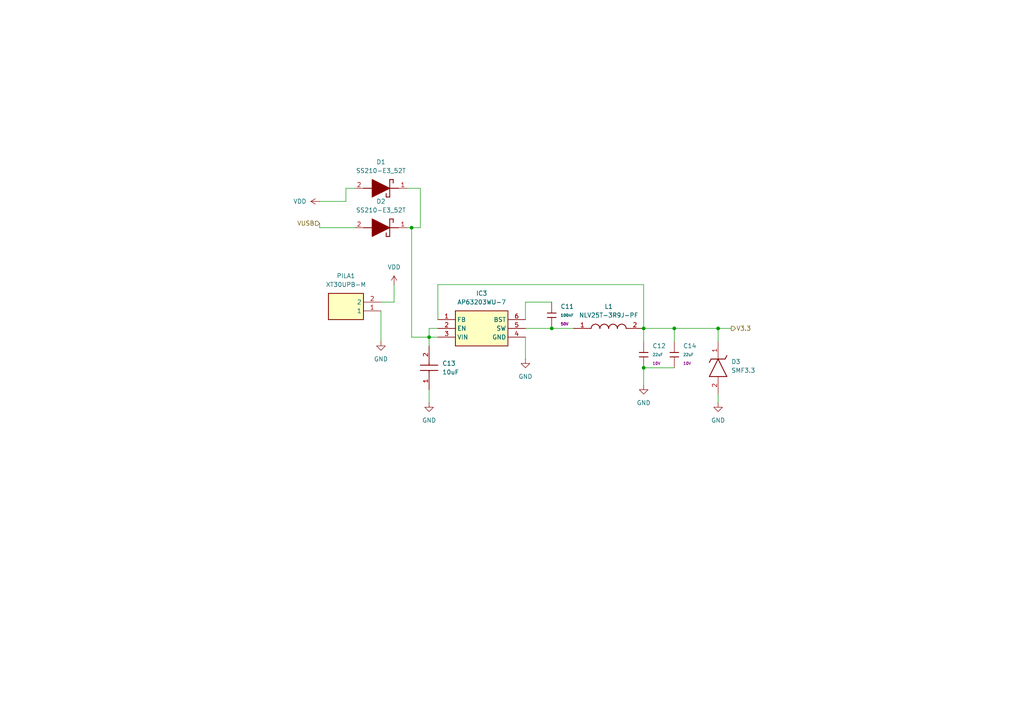
<source format=kicad_sch>
(kicad_sch
	(version 20250114)
	(generator "eeschema")
	(generator_version "9.0")
	(uuid "b5c5a24e-0efa-4818-8527-d2b3310251bd")
	(paper "A4")
	(lib_symbols
		(symbol "PCM_JLCPCB-Capacitors:0603,100nF"
			(pin_numbers
				(hide yes)
			)
			(pin_names
				(offset 0)
			)
			(exclude_from_sim no)
			(in_bom yes)
			(on_board yes)
			(property "Reference" "C"
				(at 2.032 1.668 0)
				(effects
					(font
						(size 1.27 1.27)
					)
					(justify left)
				)
			)
			(property "Value" "100nF"
				(at 2.032 -0.3782 0)
				(effects
					(font
						(size 0.8 0.8)
					)
					(justify left)
				)
			)
			(property "Footprint" "PCM_JLCPCB:C_0603"
				(at -1.778 0 90)
				(effects
					(font
						(size 1.27 1.27)
					)
					(hide yes)
				)
			)
			(property "Datasheet" "https://www.lcsc.com/datasheet/lcsc_datasheet_2211101700_YAGEO-CC0603KRX7R9BB104_C14663.pdf"
				(at 0 0 0)
				(effects
					(font
						(size 1.27 1.27)
					)
					(hide yes)
				)
			)
			(property "Description" "50V 100nF X7R ±10% 0603 Multilayer Ceramic Capacitors MLCC - SMD/SMT ROHS"
				(at 0 0 0)
				(effects
					(font
						(size 1.27 1.27)
					)
					(hide yes)
				)
			)
			(property "LCSC" "C14663"
				(at 0 0 0)
				(effects
					(font
						(size 1.27 1.27)
					)
					(hide yes)
				)
			)
			(property "Stock" "66445262"
				(at 0 0 0)
				(effects
					(font
						(size 1.27 1.27)
					)
					(hide yes)
				)
			)
			(property "Price" "0.006USD"
				(at 0 0 0)
				(effects
					(font
						(size 1.27 1.27)
					)
					(hide yes)
				)
			)
			(property "Process" "SMT"
				(at 0 0 0)
				(effects
					(font
						(size 1.27 1.27)
					)
					(hide yes)
				)
			)
			(property "Minimum Qty" "20"
				(at 0 0 0)
				(effects
					(font
						(size 1.27 1.27)
					)
					(hide yes)
				)
			)
			(property "Attrition Qty" "10"
				(at 0 0 0)
				(effects
					(font
						(size 1.27 1.27)
					)
					(hide yes)
				)
			)
			(property "Class" "Basic Component"
				(at 0 0 0)
				(effects
					(font
						(size 1.27 1.27)
					)
					(hide yes)
				)
			)
			(property "Category" "Capacitors,Multilayer Ceramic Capacitors MLCC - SMD/SMT"
				(at 0 0 0)
				(effects
					(font
						(size 1.27 1.27)
					)
					(hide yes)
				)
			)
			(property "Manufacturer" "YAGEO"
				(at 0 0 0)
				(effects
					(font
						(size 1.27 1.27)
					)
					(hide yes)
				)
			)
			(property "Part" "CC0603KRX7R9BB104"
				(at 0 0 0)
				(effects
					(font
						(size 1.27 1.27)
					)
					(hide yes)
				)
			)
			(property "Voltage Rated" "50V"
				(at 2.032 -2.0462 0)
				(effects
					(font
						(size 0.8 0.8)
					)
					(justify left)
				)
			)
			(property "Tolerance" "±10%"
				(at 0 0 0)
				(effects
					(font
						(size 1.27 1.27)
					)
					(hide yes)
				)
			)
			(property "Capacitance" "100nF"
				(at 0 0 0)
				(effects
					(font
						(size 1.27 1.27)
					)
					(hide yes)
				)
			)
			(property "Temperature Coefficient" "X7R"
				(at 0 0 0)
				(effects
					(font
						(size 1.27 1.27)
					)
					(hide yes)
				)
			)
			(property "ki_fp_filters" "C_*"
				(at 0 0 0)
				(effects
					(font
						(size 1.27 1.27)
					)
					(hide yes)
				)
			)
			(symbol "0603,100nF_0_1"
				(polyline
					(pts
						(xy -1.27 0.635) (xy 1.27 0.635)
					)
					(stroke
						(width 0.254)
						(type default)
					)
					(fill
						(type none)
					)
				)
				(polyline
					(pts
						(xy -1.27 -0.635) (xy 1.27 -0.635)
					)
					(stroke
						(width 0.254)
						(type default)
					)
					(fill
						(type none)
					)
				)
			)
			(symbol "0603,100nF_1_1"
				(pin passive line
					(at 0 3.81 270)
					(length 3.175)
					(name "~"
						(effects
							(font
								(size 1.27 1.27)
							)
						)
					)
					(number "1"
						(effects
							(font
								(size 1.27 1.27)
							)
						)
					)
				)
				(pin passive line
					(at 0 -3.81 90)
					(length 3.175)
					(name "~"
						(effects
							(font
								(size 1.27 1.27)
							)
						)
					)
					(number "2"
						(effects
							(font
								(size 1.27 1.27)
							)
						)
					)
				)
			)
			(embedded_fonts no)
		)
		(symbol "PCM_JLCPCB-Capacitors:1206,22uF"
			(pin_numbers
				(hide yes)
			)
			(pin_names
				(offset 0)
			)
			(exclude_from_sim no)
			(in_bom yes)
			(on_board yes)
			(property "Reference" "C"
				(at 2.032 1.668 0)
				(effects
					(font
						(size 1.27 1.27)
					)
					(justify left)
				)
			)
			(property "Value" "22uF"
				(at 2.032 -0.3782 0)
				(effects
					(font
						(size 0.8 0.8)
					)
					(justify left)
				)
			)
			(property "Footprint" "PCM_JLCPCB:C_1206"
				(at -1.778 0 90)
				(effects
					(font
						(size 1.27 1.27)
					)
					(hide yes)
				)
			)
			(property "Datasheet" "https://www.lcsc.com/datasheet/lcsc_datasheet_1810221121_Samsung-Electro-Mechanics-CL31A226KPHNNNE_C5672.pdf"
				(at 0 0 0)
				(effects
					(font
						(size 1.27 1.27)
					)
					(hide yes)
				)
			)
			(property "Description" "10V 22uF X5R ±10% 1206 Multilayer Ceramic Capacitors MLCC - SMD/SMT ROHS"
				(at 0 0 0)
				(effects
					(font
						(size 1.27 1.27)
					)
					(hide yes)
				)
			)
			(property "LCSC" "C5672"
				(at 0 0 0)
				(effects
					(font
						(size 1.27 1.27)
					)
					(hide yes)
				)
			)
			(property "Stock" "236671"
				(at 0 0 0)
				(effects
					(font
						(size 1.27 1.27)
					)
					(hide yes)
				)
			)
			(property "Price" "0.037USD"
				(at 0 0 0)
				(effects
					(font
						(size 1.27 1.27)
					)
					(hide yes)
				)
			)
			(property "Process" "SMT"
				(at 0 0 0)
				(effects
					(font
						(size 1.27 1.27)
					)
					(hide yes)
				)
			)
			(property "Minimum Qty" "20"
				(at 0 0 0)
				(effects
					(font
						(size 1.27 1.27)
					)
					(hide yes)
				)
			)
			(property "Attrition Qty" "8"
				(at 0 0 0)
				(effects
					(font
						(size 1.27 1.27)
					)
					(hide yes)
				)
			)
			(property "Class" "Preferred Component"
				(at 0 0 0)
				(effects
					(font
						(size 1.27 1.27)
					)
					(hide yes)
				)
			)
			(property "Category" "Capacitors,Multilayer Ceramic Capacitors MLCC - SMD/SMT"
				(at 0 0 0)
				(effects
					(font
						(size 1.27 1.27)
					)
					(hide yes)
				)
			)
			(property "Manufacturer" "Samsung Electro-Mechanics"
				(at 0 0 0)
				(effects
					(font
						(size 1.27 1.27)
					)
					(hide yes)
				)
			)
			(property "Part" "CL31A226KPHNNNE"
				(at 0 0 0)
				(effects
					(font
						(size 1.27 1.27)
					)
					(hide yes)
				)
			)
			(property "Voltage Rated" "10V"
				(at 2.032 -2.0462 0)
				(effects
					(font
						(size 0.8 0.8)
					)
					(justify left)
				)
			)
			(property "Tolerance" "±10%"
				(at 0 0 0)
				(effects
					(font
						(size 1.27 1.27)
					)
					(hide yes)
				)
			)
			(property "Capacitance" "22uF"
				(at 0 0 0)
				(effects
					(font
						(size 1.27 1.27)
					)
					(hide yes)
				)
			)
			(property "Temperature Coefficient" "X5R"
				(at 0 0 0)
				(effects
					(font
						(size 1.27 1.27)
					)
					(hide yes)
				)
			)
			(property "ki_fp_filters" "C_*"
				(at 0 0 0)
				(effects
					(font
						(size 1.27 1.27)
					)
					(hide yes)
				)
			)
			(symbol "1206,22uF_0_1"
				(polyline
					(pts
						(xy -1.27 0.635) (xy 1.27 0.635)
					)
					(stroke
						(width 0.254)
						(type default)
					)
					(fill
						(type none)
					)
				)
				(polyline
					(pts
						(xy -1.27 -0.635) (xy 1.27 -0.635)
					)
					(stroke
						(width 0.254)
						(type default)
					)
					(fill
						(type none)
					)
				)
			)
			(symbol "1206,22uF_1_1"
				(pin passive line
					(at 0 3.81 270)
					(length 3.175)
					(name "~"
						(effects
							(font
								(size 1.27 1.27)
							)
						)
					)
					(number "1"
						(effects
							(font
								(size 1.27 1.27)
							)
						)
					)
				)
				(pin passive line
					(at 0 -3.81 90)
					(length 3.175)
					(name "~"
						(effects
							(font
								(size 1.27 1.27)
							)
						)
					)
					(number "2"
						(effects
							(font
								(size 1.27 1.27)
							)
						)
					)
				)
			)
			(embedded_fonts no)
		)
		(symbol "SamacSys_Parts:AP63203WU-7"
			(exclude_from_sim no)
			(in_bom yes)
			(on_board yes)
			(property "Reference" "IC"
				(at 21.59 7.62 0)
				(effects
					(font
						(size 1.27 1.27)
					)
					(justify left top)
				)
			)
			(property "Value" "AP63203WU-7"
				(at 21.59 5.08 0)
				(effects
					(font
						(size 1.27 1.27)
					)
					(justify left top)
				)
			)
			(property "Footprint" "AP63203WU7"
				(at 21.59 -94.92 0)
				(effects
					(font
						(size 1.27 1.27)
					)
					(justify left top)
					(hide yes)
				)
			)
			(property "Datasheet" "https://www.diodes.com/assets/Datasheets/AP63200-AP63201-AP63203-AP63205.pdf"
				(at 21.59 -194.92 0)
				(effects
					(font
						(size 1.27 1.27)
					)
					(justify left top)
					(hide yes)
				)
			)
			(property "Description" "Switching Voltage Regulators DCDC Conv HV Buck TSOT26 T&R 3K"
				(at 0 0 0)
				(effects
					(font
						(size 1.27 1.27)
					)
					(hide yes)
				)
			)
			(property "Height" "1"
				(at 21.59 -394.92 0)
				(effects
					(font
						(size 1.27 1.27)
					)
					(justify left top)
					(hide yes)
				)
			)
			(property "Manufacturer_Name" "Diodes Incorporated"
				(at 21.59 -494.92 0)
				(effects
					(font
						(size 1.27 1.27)
					)
					(justify left top)
					(hide yes)
				)
			)
			(property "Manufacturer_Part_Number" "AP63203WU-7"
				(at 21.59 -594.92 0)
				(effects
					(font
						(size 1.27 1.27)
					)
					(justify left top)
					(hide yes)
				)
			)
			(property "Mouser Part Number" "621-AP63203WU-7"
				(at 21.59 -694.92 0)
				(effects
					(font
						(size 1.27 1.27)
					)
					(justify left top)
					(hide yes)
				)
			)
			(property "Mouser Price/Stock" "https://www.mouser.co.uk/ProductDetail/Diodes-Incorporated/AP63203WU-7?qs=u16ybLDytRZ1JqxbuLkMJw%3D%3D"
				(at 21.59 -794.92 0)
				(effects
					(font
						(size 1.27 1.27)
					)
					(justify left top)
					(hide yes)
				)
			)
			(property "Arrow Part Number" "AP63203WU-7"
				(at 21.59 -894.92 0)
				(effects
					(font
						(size 1.27 1.27)
					)
					(justify left top)
					(hide yes)
				)
			)
			(property "Arrow Price/Stock" "https://www.arrow.com/en/products/ap63203wu-7/diodes-incorporated?utm_currency=USD&region=europe"
				(at 21.59 -994.92 0)
				(effects
					(font
						(size 1.27 1.27)
					)
					(justify left top)
					(hide yes)
				)
			)
			(symbol "AP63203WU-7_1_1"
				(rectangle
					(start 5.08 2.54)
					(end 20.32 -7.62)
					(stroke
						(width 0.254)
						(type default)
					)
					(fill
						(type background)
					)
				)
				(pin passive line
					(at 0 0 0)
					(length 5.08)
					(name "FB"
						(effects
							(font
								(size 1.27 1.27)
							)
						)
					)
					(number "1"
						(effects
							(font
								(size 1.27 1.27)
							)
						)
					)
				)
				(pin passive line
					(at 0 -2.54 0)
					(length 5.08)
					(name "EN"
						(effects
							(font
								(size 1.27 1.27)
							)
						)
					)
					(number "2"
						(effects
							(font
								(size 1.27 1.27)
							)
						)
					)
				)
				(pin passive line
					(at 0 -5.08 0)
					(length 5.08)
					(name "VIN"
						(effects
							(font
								(size 1.27 1.27)
							)
						)
					)
					(number "3"
						(effects
							(font
								(size 1.27 1.27)
							)
						)
					)
				)
				(pin passive line
					(at 25.4 0 180)
					(length 5.08)
					(name "BST"
						(effects
							(font
								(size 1.27 1.27)
							)
						)
					)
					(number "6"
						(effects
							(font
								(size 1.27 1.27)
							)
						)
					)
				)
				(pin passive line
					(at 25.4 -2.54 180)
					(length 5.08)
					(name "SW"
						(effects
							(font
								(size 1.27 1.27)
							)
						)
					)
					(number "5"
						(effects
							(font
								(size 1.27 1.27)
							)
						)
					)
				)
				(pin passive line
					(at 25.4 -5.08 180)
					(length 5.08)
					(name "GND"
						(effects
							(font
								(size 1.27 1.27)
							)
						)
					)
					(number "4"
						(effects
							(font
								(size 1.27 1.27)
							)
						)
					)
				)
			)
			(embedded_fonts no)
		)
		(symbol "SamacSys_Parts:CL31A106KBHNNNE"
			(pin_names
				(hide yes)
			)
			(exclude_from_sim no)
			(in_bom yes)
			(on_board yes)
			(property "Reference" "C"
				(at 8.89 6.35 0)
				(effects
					(font
						(size 1.27 1.27)
					)
					(justify left top)
				)
			)
			(property "Value" "CL31A106KBHNNNE"
				(at 8.89 3.81 0)
				(effects
					(font
						(size 1.27 1.27)
					)
					(justify left top)
				)
			)
			(property "Footprint" "CAPC3216X180N"
				(at 8.89 -96.19 0)
				(effects
					(font
						(size 1.27 1.27)
					)
					(justify left top)
					(hide yes)
				)
			)
			(property "Datasheet" "https://datasheet.datasheetarchive.com/originals/distributors/Datasheets_SAMA/08745f6325ae1679773301b11fb0567f.pdf"
				(at 8.89 -196.19 0)
				(effects
					(font
						(size 1.27 1.27)
					)
					(justify left top)
					(hide yes)
				)
			)
			(property "Description" "Samsung Multi-layer Ceramic Capacitor, 1206, 10uF, 50V"
				(at 0 0 0)
				(effects
					(font
						(size 1.27 1.27)
					)
					(hide yes)
				)
			)
			(property "Height" "1.8"
				(at 8.89 -396.19 0)
				(effects
					(font
						(size 1.27 1.27)
					)
					(justify left top)
					(hide yes)
				)
			)
			(property "Manufacturer_Name" "SAMSUNG"
				(at 8.89 -496.19 0)
				(effects
					(font
						(size 1.27 1.27)
					)
					(justify left top)
					(hide yes)
				)
			)
			(property "Manufacturer_Part_Number" "CL31A106KBHNNNE"
				(at 8.89 -596.19 0)
				(effects
					(font
						(size 1.27 1.27)
					)
					(justify left top)
					(hide yes)
				)
			)
			(property "Mouser Part Number" "187-CL31A106KBHNNNE"
				(at 8.89 -696.19 0)
				(effects
					(font
						(size 1.27 1.27)
					)
					(justify left top)
					(hide yes)
				)
			)
			(property "Mouser Price/Stock" "https://www.mouser.co.uk/ProductDetail/Samsung-Electro-Mechanics/CL31A106KBHNNNE?qs=X6jEic%2FHinBsSMnC%2FFnmbg%3D%3D"
				(at 8.89 -796.19 0)
				(effects
					(font
						(size 1.27 1.27)
					)
					(justify left top)
					(hide yes)
				)
			)
			(property "Arrow Part Number" "CL31A106KBHNNNE"
				(at 8.89 -896.19 0)
				(effects
					(font
						(size 1.27 1.27)
					)
					(justify left top)
					(hide yes)
				)
			)
			(property "Arrow Price/Stock" "https://www.arrow.com/en/products/cl31a106kbhnnne/samsung-electro-mechanics?region=nac"
				(at 8.89 -996.19 0)
				(effects
					(font
						(size 1.27 1.27)
					)
					(justify left top)
					(hide yes)
				)
			)
			(symbol "CL31A106KBHNNNE_1_1"
				(polyline
					(pts
						(xy 5.08 0) (xy 5.588 0)
					)
					(stroke
						(width 0.254)
						(type default)
					)
					(fill
						(type none)
					)
				)
				(polyline
					(pts
						(xy 5.588 2.54) (xy 5.588 -2.54)
					)
					(stroke
						(width 0.254)
						(type default)
					)
					(fill
						(type none)
					)
				)
				(polyline
					(pts
						(xy 7.112 2.54) (xy 7.112 -2.54)
					)
					(stroke
						(width 0.254)
						(type default)
					)
					(fill
						(type none)
					)
				)
				(polyline
					(pts
						(xy 7.112 0) (xy 7.62 0)
					)
					(stroke
						(width 0.254)
						(type default)
					)
					(fill
						(type none)
					)
				)
				(pin passive line
					(at 0 0 0)
					(length 5.08)
					(name "1"
						(effects
							(font
								(size 1.27 1.27)
							)
						)
					)
					(number "1"
						(effects
							(font
								(size 1.27 1.27)
							)
						)
					)
				)
				(pin passive line
					(at 12.7 0 180)
					(length 5.08)
					(name "2"
						(effects
							(font
								(size 1.27 1.27)
							)
						)
					)
					(number "2"
						(effects
							(font
								(size 1.27 1.27)
							)
						)
					)
				)
			)
			(embedded_fonts no)
		)
		(symbol "SamacSys_Parts:NLV25T-3R9J-PF"
			(pin_names
				(hide yes)
			)
			(exclude_from_sim no)
			(in_bom yes)
			(on_board yes)
			(property "Reference" "L"
				(at 16.51 6.35 0)
				(effects
					(font
						(size 1.27 1.27)
					)
					(justify left top)
				)
			)
			(property "Value" "NLV25T-3R9J-PF"
				(at 16.51 3.81 0)
				(effects
					(font
						(size 1.27 1.27)
					)
					(justify left top)
				)
			)
			(property "Footprint" "INDM2520X190N"
				(at 16.51 -96.19 0)
				(effects
					(font
						(size 1.27 1.27)
					)
					(justify left top)
					(hide yes)
				)
			)
			(property "Datasheet" "https://product.tdk.com/system/files/dam/doc/product/inductor/inductor/smd/catalog/inductor_commercial_standard_nlv25-pf_en.pdf"
				(at 16.51 -196.19 0)
				(effects
					(font
						(size 1.27 1.27)
					)
					(justify left top)
					(hide yes)
				)
			)
			(property "Description" "TDK Type 1008 Wire-wound SMD Inductor 3.9 H +/-5% Wire-Wound 180mA Idc Q:30"
				(at 0 0 0)
				(effects
					(font
						(size 1.27 1.27)
					)
					(hide yes)
				)
			)
			(property "Height" "1.9"
				(at 16.51 -396.19 0)
				(effects
					(font
						(size 1.27 1.27)
					)
					(justify left top)
					(hide yes)
				)
			)
			(property "Manufacturer_Name" "TDK"
				(at 16.51 -496.19 0)
				(effects
					(font
						(size 1.27 1.27)
					)
					(justify left top)
					(hide yes)
				)
			)
			(property "Manufacturer_Part_Number" "NLV25T-3R9J-PF"
				(at 16.51 -596.19 0)
				(effects
					(font
						(size 1.27 1.27)
					)
					(justify left top)
					(hide yes)
				)
			)
			(property "Mouser Part Number" "810-NLV25T-3R9J"
				(at 16.51 -696.19 0)
				(effects
					(font
						(size 1.27 1.27)
					)
					(justify left top)
					(hide yes)
				)
			)
			(property "Mouser Price/Stock" "https://www.mouser.co.uk/ProductDetail/TDK/NLV25T-3R9J-PF?qs=3POhL7GGTOiEGzlPar2X3g%3D%3D"
				(at 16.51 -796.19 0)
				(effects
					(font
						(size 1.27 1.27)
					)
					(justify left top)
					(hide yes)
				)
			)
			(property "Arrow Part Number" "NLV25T-3R9J-PF"
				(at 16.51 -896.19 0)
				(effects
					(font
						(size 1.27 1.27)
					)
					(justify left top)
					(hide yes)
				)
			)
			(property "Arrow Price/Stock" "https://www.arrow.com/en/products/nlv25t-3r9j-pf/tdk?region=nac"
				(at 16.51 -996.19 0)
				(effects
					(font
						(size 1.27 1.27)
					)
					(justify left top)
					(hide yes)
				)
			)
			(symbol "NLV25T-3R9J-PF_1_1"
				(arc
					(start 5.08 0)
					(mid 6.35 1.219)
					(end 7.62 0)
					(stroke
						(width 0.254)
						(type default)
					)
					(fill
						(type none)
					)
				)
				(arc
					(start 7.62 0)
					(mid 8.89 1.219)
					(end 10.16 0)
					(stroke
						(width 0.254)
						(type default)
					)
					(fill
						(type none)
					)
				)
				(arc
					(start 10.16 0)
					(mid 11.43 1.219)
					(end 12.7 0)
					(stroke
						(width 0.254)
						(type default)
					)
					(fill
						(type none)
					)
				)
				(arc
					(start 12.7 0)
					(mid 13.97 1.219)
					(end 15.24 0)
					(stroke
						(width 0.254)
						(type default)
					)
					(fill
						(type none)
					)
				)
				(pin passive line
					(at 0 0 0)
					(length 5.08)
					(name "1"
						(effects
							(font
								(size 1.27 1.27)
							)
						)
					)
					(number "1"
						(effects
							(font
								(size 1.27 1.27)
							)
						)
					)
				)
				(pin passive line
					(at 20.32 0 180)
					(length 5.08)
					(name "2"
						(effects
							(font
								(size 1.27 1.27)
							)
						)
					)
					(number "2"
						(effects
							(font
								(size 1.27 1.27)
							)
						)
					)
				)
			)
			(embedded_fonts no)
		)
		(symbol "SamacSys_Parts:SMF3.3"
			(pin_names
				(hide yes)
			)
			(exclude_from_sim no)
			(in_bom yes)
			(on_board yes)
			(property "Reference" "D"
				(at 10.16 8.89 0)
				(effects
					(font
						(size 1.27 1.27)
					)
					(justify left bottom)
				)
			)
			(property "Value" "SMF3.3"
				(at 10.16 6.35 0)
				(effects
					(font
						(size 1.27 1.27)
					)
					(justify left bottom)
				)
			)
			(property "Footprint" "SOD3718X108N"
				(at 10.16 -93.65 0)
				(effects
					(font
						(size 1.27 1.27)
					)
					(justify left bottom)
					(hide yes)
				)
			)
			(property "Datasheet" "https://componentsearchengine.com/Datasheets/2/SMF3.3.pdf"
				(at 10.16 -193.65 0)
				(effects
					(font
						(size 1.27 1.27)
					)
					(justify left bottom)
					(hide yes)
				)
			)
			(property "Description" "ESD Suppressors / TVS Diodes 200W 3.3V 5% Uni-directional"
				(at 0 0 0)
				(effects
					(font
						(size 1.27 1.27)
					)
					(hide yes)
				)
			)
			(property "Height" "1.08"
				(at 10.16 -393.65 0)
				(effects
					(font
						(size 1.27 1.27)
					)
					(justify left bottom)
					(hide yes)
				)
			)
			(property "Manufacturer_Name" "LITTELFUSE"
				(at 10.16 -493.65 0)
				(effects
					(font
						(size 1.27 1.27)
					)
					(justify left bottom)
					(hide yes)
				)
			)
			(property "Manufacturer_Part_Number" "SMF3.3"
				(at 10.16 -593.65 0)
				(effects
					(font
						(size 1.27 1.27)
					)
					(justify left bottom)
					(hide yes)
				)
			)
			(property "Mouser Part Number" "576-SMF3.3"
				(at 10.16 -693.65 0)
				(effects
					(font
						(size 1.27 1.27)
					)
					(justify left bottom)
					(hide yes)
				)
			)
			(property "Mouser Price/Stock" "https://www.mouser.co.uk/ProductDetail/Littelfuse/SMF3.3?qs=5LChGqRbrjutbyo%2F8EojOg%3D%3D"
				(at 10.16 -793.65 0)
				(effects
					(font
						(size 1.27 1.27)
					)
					(justify left bottom)
					(hide yes)
				)
			)
			(property "Arrow Part Number" "SMF3.3"
				(at 10.16 -893.65 0)
				(effects
					(font
						(size 1.27 1.27)
					)
					(justify left bottom)
					(hide yes)
				)
			)
			(property "Arrow Price/Stock" "https://www.arrow.com/en/products/smf3.3/littelfuse?region=nac"
				(at 10.16 -993.65 0)
				(effects
					(font
						(size 1.27 1.27)
					)
					(justify left bottom)
					(hide yes)
				)
			)
			(symbol "SMF3.3_1_1"
				(polyline
					(pts
						(xy 4.064 2.54) (xy 5.08 2.032)
					)
					(stroke
						(width 0.254)
						(type default)
					)
					(fill
						(type none)
					)
				)
				(polyline
					(pts
						(xy 5.08 0) (xy 10.16 2.54)
					)
					(stroke
						(width 0.254)
						(type default)
					)
					(fill
						(type none)
					)
				)
				(polyline
					(pts
						(xy 5.08 -2.032) (xy 5.08 2.032)
					)
					(stroke
						(width 0.254)
						(type default)
					)
					(fill
						(type none)
					)
				)
				(polyline
					(pts
						(xy 5.08 -2.032) (xy 6.096 -2.54)
					)
					(stroke
						(width 0.254)
						(type default)
					)
					(fill
						(type none)
					)
				)
				(polyline
					(pts
						(xy 10.16 -2.54) (xy 5.08 0)
					)
					(stroke
						(width 0.254)
						(type default)
					)
					(fill
						(type none)
					)
				)
				(polyline
					(pts
						(xy 10.16 -2.54) (xy 10.16 2.54)
					)
					(stroke
						(width 0.254)
						(type default)
					)
					(fill
						(type none)
					)
				)
				(pin passive line
					(at 0 0 0)
					(length 5.08)
					(name "K"
						(effects
							(font
								(size 1.27 1.27)
							)
						)
					)
					(number "1"
						(effects
							(font
								(size 1.27 1.27)
							)
						)
					)
				)
				(pin passive line
					(at 15.24 0 180)
					(length 5.08)
					(name "A"
						(effects
							(font
								(size 1.27 1.27)
							)
						)
					)
					(number "2"
						(effects
							(font
								(size 1.27 1.27)
							)
						)
					)
				)
			)
			(embedded_fonts no)
		)
		(symbol "SamacSys_Parts:SS210-E3_52T"
			(pin_names
				(hide yes)
			)
			(exclude_from_sim no)
			(in_bom yes)
			(on_board yes)
			(property "Reference" "D"
				(at 12.7 8.89 0)
				(effects
					(font
						(size 1.27 1.27)
					)
					(justify left top)
				)
			)
			(property "Value" "SS210-E3_52T"
				(at 12.7 6.35 0)
				(effects
					(font
						(size 1.27 1.27)
					)
					(justify left top)
				)
			)
			(property "Footprint" "DIONM5436X244N"
				(at 12.7 -93.65 0)
				(effects
					(font
						(size 1.27 1.27)
					)
					(justify left top)
					(hide yes)
				)
			)
			(property "Datasheet" "https://www.vishay.com/docs/88749/ss29.pdf"
				(at 12.7 -193.65 0)
				(effects
					(font
						(size 1.27 1.27)
					)
					(justify left top)
					(hide yes)
				)
			)
			(property "Description" "Schottky Diodes & Rectifiers 100 Volt 1.5 Amp 75 Amp IFSM"
				(at 0 0 0)
				(effects
					(font
						(size 1.27 1.27)
					)
					(hide yes)
				)
			)
			(property "Height" "2.44"
				(at 12.7 -393.65 0)
				(effects
					(font
						(size 1.27 1.27)
					)
					(justify left top)
					(hide yes)
				)
			)
			(property "Manufacturer_Name" "Vishay"
				(at 12.7 -493.65 0)
				(effects
					(font
						(size 1.27 1.27)
					)
					(justify left top)
					(hide yes)
				)
			)
			(property "Manufacturer_Part_Number" "SS210-E3/52T"
				(at 12.7 -593.65 0)
				(effects
					(font
						(size 1.27 1.27)
					)
					(justify left top)
					(hide yes)
				)
			)
			(property "Mouser Part Number" "625-SS210-E3"
				(at 12.7 -693.65 0)
				(effects
					(font
						(size 1.27 1.27)
					)
					(justify left top)
					(hide yes)
				)
			)
			(property "Mouser Price/Stock" "https://www.mouser.co.uk/ProductDetail/Vishay-General-Semiconductor/SS210-E3-52T?qs=x2jpVgRnAtNRwwCuhfjCIA%3D%3D"
				(at 12.7 -793.65 0)
				(effects
					(font
						(size 1.27 1.27)
					)
					(justify left top)
					(hide yes)
				)
			)
			(property "Arrow Part Number" "SS210-E3/52T"
				(at 12.7 -893.65 0)
				(effects
					(font
						(size 1.27 1.27)
					)
					(justify left top)
					(hide yes)
				)
			)
			(property "Arrow Price/Stock" "https://www.arrow.com/en/products/ss210-e352t/vishay?utm_currency=USD&region=nac"
				(at 12.7 -993.65 0)
				(effects
					(font
						(size 1.27 1.27)
					)
					(justify left top)
					(hide yes)
				)
			)
			(symbol "SS210-E3_52T_1_1"
				(polyline
					(pts
						(xy 5.08 0) (xy 7.62 0)
					)
					(stroke
						(width 0.254)
						(type default)
					)
					(fill
						(type none)
					)
				)
				(polyline
					(pts
						(xy 6.604 -1.524) (xy 6.604 -2.54)
					)
					(stroke
						(width 0.254)
						(type default)
					)
					(fill
						(type none)
					)
				)
				(polyline
					(pts
						(xy 7.62 2.54) (xy 7.62 -2.54)
					)
					(stroke
						(width 0.254)
						(type default)
					)
					(fill
						(type none)
					)
				)
				(polyline
					(pts
						(xy 7.62 2.54) (xy 8.636 2.54)
					)
					(stroke
						(width 0.254)
						(type default)
					)
					(fill
						(type none)
					)
				)
				(polyline
					(pts
						(xy 7.62 0) (xy 12.7 2.54) (xy 12.7 -2.54) (xy 7.62 0)
					)
					(stroke
						(width 0.254)
						(type default)
					)
					(fill
						(type outline)
					)
				)
				(polyline
					(pts
						(xy 7.62 -2.54) (xy 6.604 -2.54)
					)
					(stroke
						(width 0.254)
						(type default)
					)
					(fill
						(type none)
					)
				)
				(polyline
					(pts
						(xy 8.636 1.524) (xy 8.636 2.54)
					)
					(stroke
						(width 0.254)
						(type default)
					)
					(fill
						(type none)
					)
				)
				(polyline
					(pts
						(xy 12.7 0) (xy 15.24 0)
					)
					(stroke
						(width 0.254)
						(type default)
					)
					(fill
						(type none)
					)
				)
				(pin passive line
					(at 2.54 0 0)
					(length 2.54)
					(name "K"
						(effects
							(font
								(size 1.27 1.27)
							)
						)
					)
					(number "1"
						(effects
							(font
								(size 1.27 1.27)
							)
						)
					)
				)
				(pin passive line
					(at 17.78 0 180)
					(length 2.54)
					(name "A"
						(effects
							(font
								(size 1.27 1.27)
							)
						)
					)
					(number "2"
						(effects
							(font
								(size 1.27 1.27)
							)
						)
					)
				)
			)
			(embedded_fonts no)
		)
		(symbol "SamacSys_Parts:XT30UPB-M"
			(exclude_from_sim no)
			(in_bom yes)
			(on_board yes)
			(property "Reference" "J"
				(at 16.51 7.62 0)
				(effects
					(font
						(size 1.27 1.27)
					)
					(justify left top)
				)
			)
			(property "Value" "XT30UPB-M"
				(at 16.51 5.08 0)
				(effects
					(font
						(size 1.27 1.27)
					)
					(justify left top)
				)
			)
			(property "Footprint" "SHDR2W160P0X500_1X2_1020X520X1070P"
				(at 16.51 -94.92 0)
				(effects
					(font
						(size 1.27 1.27)
					)
					(justify left top)
					(hide yes)
				)
			)
			(property "Datasheet" "https://www.tme.eu/Document/4acc913878197f8c2e30d4b8cdc47230/XT30UPB%20SPEC.pdf"
				(at 16.51 -194.92 0)
				(effects
					(font
						(size 1.27 1.27)
					)
					(justify left top)
					(hide yes)
				)
			)
			(property "Description" "Socket; DC supply; XT30; male; PIN: 2; on PCBs; THT; Colour: yellow"
				(at 0 0 0)
				(effects
					(font
						(size 1.27 1.27)
					)
					(hide yes)
				)
			)
			(property "Height" "10.7"
				(at 16.51 -394.92 0)
				(effects
					(font
						(size 1.27 1.27)
					)
					(justify left top)
					(hide yes)
				)
			)
			(property "Manufacturer_Name" "Amass"
				(at 16.51 -494.92 0)
				(effects
					(font
						(size 1.27 1.27)
					)
					(justify left top)
					(hide yes)
				)
			)
			(property "Manufacturer_Part_Number" "XT30UPB-M"
				(at 16.51 -594.92 0)
				(effects
					(font
						(size 1.27 1.27)
					)
					(justify left top)
					(hide yes)
				)
			)
			(property "Mouser Part Number" ""
				(at 16.51 -694.92 0)
				(effects
					(font
						(size 1.27 1.27)
					)
					(justify left top)
					(hide yes)
				)
			)
			(property "Mouser Price/Stock" ""
				(at 16.51 -794.92 0)
				(effects
					(font
						(size 1.27 1.27)
					)
					(justify left top)
					(hide yes)
				)
			)
			(property "Arrow Part Number" ""
				(at 16.51 -894.92 0)
				(effects
					(font
						(size 1.27 1.27)
					)
					(justify left top)
					(hide yes)
				)
			)
			(property "Arrow Price/Stock" ""
				(at 16.51 -994.92 0)
				(effects
					(font
						(size 1.27 1.27)
					)
					(justify left top)
					(hide yes)
				)
			)
			(symbol "XT30UPB-M_1_1"
				(rectangle
					(start 5.08 2.54)
					(end 15.24 -5.08)
					(stroke
						(width 0.254)
						(type default)
					)
					(fill
						(type background)
					)
				)
				(pin passive line
					(at 0 0 0)
					(length 5.08)
					(name "1"
						(effects
							(font
								(size 1.27 1.27)
							)
						)
					)
					(number "1"
						(effects
							(font
								(size 1.27 1.27)
							)
						)
					)
				)
				(pin passive line
					(at 0 -2.54 0)
					(length 5.08)
					(name "2"
						(effects
							(font
								(size 1.27 1.27)
							)
						)
					)
					(number "2"
						(effects
							(font
								(size 1.27 1.27)
							)
						)
					)
				)
			)
			(embedded_fonts no)
		)
		(symbol "power:GND"
			(power)
			(pin_numbers
				(hide yes)
			)
			(pin_names
				(offset 0)
				(hide yes)
			)
			(exclude_from_sim no)
			(in_bom yes)
			(on_board yes)
			(property "Reference" "#PWR"
				(at 0 -6.35 0)
				(effects
					(font
						(size 1.27 1.27)
					)
					(hide yes)
				)
			)
			(property "Value" "GND"
				(at 0 -3.81 0)
				(effects
					(font
						(size 1.27 1.27)
					)
				)
			)
			(property "Footprint" ""
				(at 0 0 0)
				(effects
					(font
						(size 1.27 1.27)
					)
					(hide yes)
				)
			)
			(property "Datasheet" ""
				(at 0 0 0)
				(effects
					(font
						(size 1.27 1.27)
					)
					(hide yes)
				)
			)
			(property "Description" "Power symbol creates a global label with name \"GND\" , ground"
				(at 0 0 0)
				(effects
					(font
						(size 1.27 1.27)
					)
					(hide yes)
				)
			)
			(property "ki_keywords" "global power"
				(at 0 0 0)
				(effects
					(font
						(size 1.27 1.27)
					)
					(hide yes)
				)
			)
			(symbol "GND_0_1"
				(polyline
					(pts
						(xy 0 0) (xy 0 -1.27) (xy 1.27 -1.27) (xy 0 -2.54) (xy -1.27 -1.27) (xy 0 -1.27)
					)
					(stroke
						(width 0)
						(type default)
					)
					(fill
						(type none)
					)
				)
			)
			(symbol "GND_1_1"
				(pin power_in line
					(at 0 0 270)
					(length 0)
					(name "~"
						(effects
							(font
								(size 1.27 1.27)
							)
						)
					)
					(number "1"
						(effects
							(font
								(size 1.27 1.27)
							)
						)
					)
				)
			)
			(embedded_fonts no)
		)
		(symbol "power:VDD"
			(power)
			(pin_numbers
				(hide yes)
			)
			(pin_names
				(offset 0)
				(hide yes)
			)
			(exclude_from_sim no)
			(in_bom yes)
			(on_board yes)
			(property "Reference" "#PWR"
				(at 0 -3.81 0)
				(effects
					(font
						(size 1.27 1.27)
					)
					(hide yes)
				)
			)
			(property "Value" "VDD"
				(at 0 3.556 0)
				(effects
					(font
						(size 1.27 1.27)
					)
				)
			)
			(property "Footprint" ""
				(at 0 0 0)
				(effects
					(font
						(size 1.27 1.27)
					)
					(hide yes)
				)
			)
			(property "Datasheet" ""
				(at 0 0 0)
				(effects
					(font
						(size 1.27 1.27)
					)
					(hide yes)
				)
			)
			(property "Description" "Power symbol creates a global label with name \"VDD\""
				(at 0 0 0)
				(effects
					(font
						(size 1.27 1.27)
					)
					(hide yes)
				)
			)
			(property "ki_keywords" "global power"
				(at 0 0 0)
				(effects
					(font
						(size 1.27 1.27)
					)
					(hide yes)
				)
			)
			(symbol "VDD_0_1"
				(polyline
					(pts
						(xy -0.762 1.27) (xy 0 2.54)
					)
					(stroke
						(width 0)
						(type default)
					)
					(fill
						(type none)
					)
				)
				(polyline
					(pts
						(xy 0 2.54) (xy 0.762 1.27)
					)
					(stroke
						(width 0)
						(type default)
					)
					(fill
						(type none)
					)
				)
				(polyline
					(pts
						(xy 0 0) (xy 0 2.54)
					)
					(stroke
						(width 0)
						(type default)
					)
					(fill
						(type none)
					)
				)
			)
			(symbol "VDD_1_1"
				(pin power_in line
					(at 0 0 90)
					(length 0)
					(name "~"
						(effects
							(font
								(size 1.27 1.27)
							)
						)
					)
					(number "1"
						(effects
							(font
								(size 1.27 1.27)
							)
						)
					)
				)
			)
			(embedded_fonts no)
		)
	)
	(junction
		(at 195.58 95.25)
		(diameter 0)
		(color 0 0 0 0)
		(uuid "4335acd9-bbde-41f6-a4b0-3004ece03f3d")
	)
	(junction
		(at 160.02 95.25)
		(diameter 0)
		(color 0 0 0 0)
		(uuid "6a5adef2-ca5f-4f92-bbda-6480408167c7")
	)
	(junction
		(at 186.69 106.68)
		(diameter 0)
		(color 0 0 0 0)
		(uuid "72a5b383-9d89-4cb3-97ea-76828d007ea2")
	)
	(junction
		(at 208.28 95.25)
		(diameter 0)
		(color 0 0 0 0)
		(uuid "72bacc70-cf5a-411e-a4cd-3972aad59e32")
	)
	(junction
		(at 186.69 95.25)
		(diameter 0)
		(color 0 0 0 0)
		(uuid "e30c9e32-d406-458d-ba38-b0a1852e39fc")
	)
	(junction
		(at 124.46 97.79)
		(diameter 0)
		(color 0 0 0 0)
		(uuid "fb42cc68-ae8d-4e6f-9bd5-ab35cc791e34")
	)
	(junction
		(at 119.38 66.04)
		(diameter 0)
		(color 0 0 0 0)
		(uuid "ffb0bbc4-e694-40c5-b678-9f6fd680c6a6")
	)
	(wire
		(pts
			(xy 186.69 82.55) (xy 186.69 95.25)
		)
		(stroke
			(width 0)
			(type default)
		)
		(uuid "0108acab-ed17-40f0-98c9-4ed6aab232fa")
	)
	(wire
		(pts
			(xy 124.46 97.79) (xy 124.46 100.33)
		)
		(stroke
			(width 0)
			(type default)
		)
		(uuid "02e19329-a481-4e6c-ac94-622a59f9b61f")
	)
	(wire
		(pts
			(xy 195.58 99.06) (xy 195.58 95.25)
		)
		(stroke
			(width 0)
			(type default)
		)
		(uuid "04d36ee6-8352-4466-a460-8fd9abe9e59a")
	)
	(wire
		(pts
			(xy 124.46 95.25) (xy 124.46 97.79)
		)
		(stroke
			(width 0)
			(type default)
		)
		(uuid "0a37cc10-3f03-4edb-b8a3-da551ac70092")
	)
	(wire
		(pts
			(xy 121.92 66.04) (xy 121.92 54.61)
		)
		(stroke
			(width 0)
			(type default)
		)
		(uuid "0afd19cb-2865-494f-af80-b7ca310cea3f")
	)
	(wire
		(pts
			(xy 114.3 82.55) (xy 114.3 87.63)
		)
		(stroke
			(width 0)
			(type default)
		)
		(uuid "10fdf734-2d9f-42a9-88af-e9c80565a1dc")
	)
	(wire
		(pts
			(xy 102.87 66.04) (xy 92.71 66.04)
		)
		(stroke
			(width 0)
			(type default)
		)
		(uuid "195ebc9b-f240-4609-b8cb-73c03995b4b4")
	)
	(wire
		(pts
			(xy 127 82.55) (xy 186.69 82.55)
		)
		(stroke
			(width 0)
			(type default)
		)
		(uuid "1b92d236-7538-4976-b7df-9389289d1fbe")
	)
	(wire
		(pts
			(xy 186.69 95.25) (xy 186.69 99.06)
		)
		(stroke
			(width 0)
			(type default)
		)
		(uuid "249d55f2-184a-46ea-91fc-dc4777043989")
	)
	(wire
		(pts
			(xy 124.46 113.03) (xy 124.46 116.84)
		)
		(stroke
			(width 0)
			(type default)
		)
		(uuid "370217ee-e6a8-44ce-96af-12648042b16f")
	)
	(wire
		(pts
			(xy 121.92 54.61) (xy 118.11 54.61)
		)
		(stroke
			(width 0)
			(type default)
		)
		(uuid "42aa1f37-f6b9-4316-8d50-5947ba2e7296")
	)
	(wire
		(pts
			(xy 186.69 95.25) (xy 195.58 95.25)
		)
		(stroke
			(width 0)
			(type default)
		)
		(uuid "447c1b81-1b44-4d4a-a2c4-0bdfd8b77e5f")
	)
	(wire
		(pts
			(xy 119.38 66.04) (xy 119.38 97.79)
		)
		(stroke
			(width 0)
			(type default)
		)
		(uuid "5de29bc4-6237-4215-9b81-91f5c9ef6bc0")
	)
	(wire
		(pts
			(xy 100.33 54.61) (xy 102.87 54.61)
		)
		(stroke
			(width 0)
			(type default)
		)
		(uuid "5e56ddfe-bb32-425a-aab2-9eef5d90b60e")
	)
	(wire
		(pts
			(xy 92.71 66.04) (xy 92.71 64.77)
		)
		(stroke
			(width 0)
			(type default)
		)
		(uuid "675be85c-e106-4627-b000-2f7ba2ad85db")
	)
	(wire
		(pts
			(xy 160.02 95.25) (xy 166.37 95.25)
		)
		(stroke
			(width 0)
			(type default)
		)
		(uuid "75afdf45-1e1d-48ba-9465-3a08ccef2ec5")
	)
	(wire
		(pts
			(xy 195.58 95.25) (xy 208.28 95.25)
		)
		(stroke
			(width 0)
			(type default)
		)
		(uuid "773790fc-26eb-4957-82db-dcb5e836c2c6")
	)
	(wire
		(pts
			(xy 152.4 95.25) (xy 160.02 95.25)
		)
		(stroke
			(width 0)
			(type default)
		)
		(uuid "79634700-4adb-484e-b145-6a6daab9c47d")
	)
	(wire
		(pts
			(xy 119.38 66.04) (xy 121.92 66.04)
		)
		(stroke
			(width 0)
			(type default)
		)
		(uuid "7d611155-2493-4c0a-a669-4efa115bea68")
	)
	(wire
		(pts
			(xy 152.4 97.79) (xy 152.4 104.14)
		)
		(stroke
			(width 0)
			(type default)
		)
		(uuid "82f04a4a-f3a5-40c8-b0b5-537ba319a641")
	)
	(wire
		(pts
			(xy 208.28 114.3) (xy 208.28 116.84)
		)
		(stroke
			(width 0)
			(type default)
		)
		(uuid "89f1fd5d-294c-408a-8236-02ac0cd94fa5")
	)
	(wire
		(pts
			(xy 124.46 97.79) (xy 127 97.79)
		)
		(stroke
			(width 0)
			(type default)
		)
		(uuid "8c8f19ff-7689-4bd3-9dd0-b7d9f45997e3")
	)
	(wire
		(pts
			(xy 186.69 106.68) (xy 195.58 106.68)
		)
		(stroke
			(width 0)
			(type default)
		)
		(uuid "906af1b1-0588-43f0-8a63-eb0e002e3692")
	)
	(wire
		(pts
			(xy 152.4 87.63) (xy 160.02 87.63)
		)
		(stroke
			(width 0)
			(type default)
		)
		(uuid "91dffb7a-74b9-4743-9951-d0cfeabafd6c")
	)
	(wire
		(pts
			(xy 118.11 66.04) (xy 119.38 66.04)
		)
		(stroke
			(width 0)
			(type default)
		)
		(uuid "9eb13e81-7d6c-4389-8748-951eda16de0b")
	)
	(wire
		(pts
			(xy 100.33 58.42) (xy 92.71 58.42)
		)
		(stroke
			(width 0)
			(type default)
		)
		(uuid "ad5f2e4d-77d6-468f-9bda-274a3705927d")
	)
	(wire
		(pts
			(xy 127 92.71) (xy 127 82.55)
		)
		(stroke
			(width 0)
			(type default)
		)
		(uuid "b332e107-0c05-4744-9502-c8ff6ce41d8c")
	)
	(wire
		(pts
			(xy 208.28 95.25) (xy 212.09 95.25)
		)
		(stroke
			(width 0)
			(type default)
		)
		(uuid "b7c0db1b-280c-4fee-8856-3621252f4d65")
	)
	(wire
		(pts
			(xy 127 95.25) (xy 124.46 95.25)
		)
		(stroke
			(width 0)
			(type default)
		)
		(uuid "bbf3e834-6d41-44a5-9177-c7eed42ad915")
	)
	(wire
		(pts
			(xy 186.69 106.68) (xy 186.69 111.76)
		)
		(stroke
			(width 0)
			(type default)
		)
		(uuid "c3fa85a3-43eb-4eb2-b26b-54d07afdbca9")
	)
	(wire
		(pts
			(xy 152.4 92.71) (xy 152.4 87.63)
		)
		(stroke
			(width 0)
			(type default)
		)
		(uuid "cb67792c-e683-4389-b09b-36b34526ac12")
	)
	(wire
		(pts
			(xy 119.38 97.79) (xy 124.46 97.79)
		)
		(stroke
			(width 0)
			(type default)
		)
		(uuid "d05bde9f-5f8c-425d-926e-a76891d32031")
	)
	(wire
		(pts
			(xy 114.3 87.63) (xy 110.49 87.63)
		)
		(stroke
			(width 0)
			(type default)
		)
		(uuid "d4d72a35-4600-4c89-b71e-b882f0fe7c9e")
	)
	(wire
		(pts
			(xy 208.28 95.25) (xy 208.28 99.06)
		)
		(stroke
			(width 0)
			(type default)
		)
		(uuid "d597e699-9042-4925-9178-f4853d8ae9fd")
	)
	(wire
		(pts
			(xy 100.33 54.61) (xy 100.33 58.42)
		)
		(stroke
			(width 0)
			(type default)
		)
		(uuid "e3b17717-a458-4aef-b4a7-74c33c17a606")
	)
	(wire
		(pts
			(xy 110.49 90.17) (xy 110.49 99.06)
		)
		(stroke
			(width 0)
			(type default)
		)
		(uuid "f7039ae3-9e24-448e-84a8-0274af7c39ec")
	)
	(hierarchical_label "VUSB"
		(shape input)
		(at 92.71 64.77 180)
		(effects
			(font
				(size 1.27 1.27)
			)
			(justify right)
		)
		(uuid "307ea547-c551-495f-8910-6f258921bff5")
	)
	(hierarchical_label "V3.3"
		(shape output)
		(at 212.09 95.25 0)
		(effects
			(font
				(size 1.27 1.27)
			)
			(justify left)
		)
		(uuid "fec7e39a-63d9-435f-a5ba-f8df08a85917")
	)
	(symbol
		(lib_id "PCM_JLCPCB-Capacitors:0603,100nF")
		(at 160.02 91.44 0)
		(unit 1)
		(exclude_from_sim no)
		(in_bom yes)
		(on_board yes)
		(dnp no)
		(fields_autoplaced yes)
		(uuid "061e3596-920c-4c49-b7ae-3afb37c87f84")
		(property "Reference" "C11"
			(at 162.56 88.8999 0)
			(effects
				(font
					(size 1.27 1.27)
				)
				(justify left)
			)
		)
		(property "Value" "100nF"
			(at 162.56 91.44 0)
			(effects
				(font
					(size 0.8 0.8)
				)
				(justify left)
			)
		)
		(property "Footprint" "PCM_JLCPCB:C_0603"
			(at 158.242 91.44 90)
			(effects
				(font
					(size 1.27 1.27)
				)
				(hide yes)
			)
		)
		(property "Datasheet" "https://www.lcsc.com/datasheet/lcsc_datasheet_2211101700_YAGEO-CC0603KRX7R9BB104_C14663.pdf"
			(at 160.02 91.44 0)
			(effects
				(font
					(size 1.27 1.27)
				)
				(hide yes)
			)
		)
		(property "Description" "50V 100nF X7R ±10% 0603 Multilayer Ceramic Capacitors MLCC - SMD/SMT ROHS"
			(at 160.02 91.44 0)
			(effects
				(font
					(size 1.27 1.27)
				)
				(hide yes)
			)
		)
		(property "LCSC" "C14663"
			(at 160.02 91.44 0)
			(effects
				(font
					(size 1.27 1.27)
				)
				(hide yes)
			)
		)
		(property "Stock" "66445262"
			(at 160.02 91.44 0)
			(effects
				(font
					(size 1.27 1.27)
				)
				(hide yes)
			)
		)
		(property "Price" "0.006USD"
			(at 160.02 91.44 0)
			(effects
				(font
					(size 1.27 1.27)
				)
				(hide yes)
			)
		)
		(property "Process" "SMT"
			(at 160.02 91.44 0)
			(effects
				(font
					(size 1.27 1.27)
				)
				(hide yes)
			)
		)
		(property "Minimum Qty" "20"
			(at 160.02 91.44 0)
			(effects
				(font
					(size 1.27 1.27)
				)
				(hide yes)
			)
		)
		(property "Attrition Qty" "10"
			(at 160.02 91.44 0)
			(effects
				(font
					(size 1.27 1.27)
				)
				(hide yes)
			)
		)
		(property "Class" "Basic Component"
			(at 160.02 91.44 0)
			(effects
				(font
					(size 1.27 1.27)
				)
				(hide yes)
			)
		)
		(property "Category" "Capacitors,Multilayer Ceramic Capacitors MLCC - SMD/SMT"
			(at 160.02 91.44 0)
			(effects
				(font
					(size 1.27 1.27)
				)
				(hide yes)
			)
		)
		(property "Manufacturer" "YAGEO"
			(at 160.02 91.44 0)
			(effects
				(font
					(size 1.27 1.27)
				)
				(hide yes)
			)
		)
		(property "Part" "CC0603KRX7R9BB104"
			(at 160.02 91.44 0)
			(effects
				(font
					(size 1.27 1.27)
				)
				(hide yes)
			)
		)
		(property "Voltage Rated" "50V"
			(at 162.56 93.98 0)
			(effects
				(font
					(size 0.8 0.8)
				)
				(justify left)
			)
		)
		(property "Tolerance" "±10%"
			(at 160.02 91.44 0)
			(effects
				(font
					(size 1.27 1.27)
				)
				(hide yes)
			)
		)
		(property "Capacitance" "100nF"
			(at 160.02 91.44 0)
			(effects
				(font
					(size 1.27 1.27)
				)
				(hide yes)
			)
		)
		(property "Temperature Coefficient" "X7R"
			(at 160.02 91.44 0)
			(effects
				(font
					(size 1.27 1.27)
				)
				(hide yes)
			)
		)
		(pin "1"
			(uuid "8cfa0d94-20d1-48a7-b2fe-917494b4ee9d")
		)
		(pin "2"
			(uuid "be0286d8-e979-4e12-9252-56c0178c751b")
		)
		(instances
			(project "PROYECT T"
				(path "/5662f43b-62c9-4990-b7b6-06a0388e062e/a6349e84-f6cc-4554-8dba-153eaebcc8d8"
					(reference "C11")
					(unit 1)
				)
			)
		)
	)
	(symbol
		(lib_id "SamacSys_Parts:CL31A106KBHNNNE")
		(at 124.46 113.03 90)
		(unit 1)
		(exclude_from_sim no)
		(in_bom yes)
		(on_board yes)
		(dnp no)
		(fields_autoplaced yes)
		(uuid "089703b7-a3c2-4200-a495-0cd25864c33d")
		(property "Reference" "C13"
			(at 128.27 105.4099 90)
			(effects
				(font
					(size 1.27 1.27)
				)
				(justify right)
			)
		)
		(property "Value" "10uF"
			(at 128.27 107.9499 90)
			(effects
				(font
					(size 1.27 1.27)
				)
				(justify right)
			)
		)
		(property "Footprint" "SamacSys_Parts:CAPC3216X180N"
			(at 220.65 104.14 0)
			(effects
				(font
					(size 1.27 1.27)
				)
				(justify left top)
				(hide yes)
			)
		)
		(property "Datasheet" "https://datasheet.datasheetarchive.com/originals/distributors/Datasheets_SAMA/08745f6325ae1679773301b11fb0567f.pdf"
			(at 320.65 104.14 0)
			(effects
				(font
					(size 1.27 1.27)
				)
				(justify left top)
				(hide yes)
			)
		)
		(property "Description" "Samsung Multi-layer Ceramic Capacitor, 1206, 10uF, 50V"
			(at 124.46 113.03 0)
			(effects
				(font
					(size 1.27 1.27)
				)
				(hide yes)
			)
		)
		(property "Height" "1.8"
			(at 520.65 104.14 0)
			(effects
				(font
					(size 1.27 1.27)
				)
				(justify left top)
				(hide yes)
			)
		)
		(property "Manufacturer_Name" "SAMSUNG"
			(at 620.65 104.14 0)
			(effects
				(font
					(size 1.27 1.27)
				)
				(justify left top)
				(hide yes)
			)
		)
		(property "Manufacturer_Part_Number" "CL31A106KBHNNNE"
			(at 720.65 104.14 0)
			(effects
				(font
					(size 1.27 1.27)
				)
				(justify left top)
				(hide yes)
			)
		)
		(property "Mouser Part Number" "187-CL31A106KBHNNNE"
			(at 820.65 104.14 0)
			(effects
				(font
					(size 1.27 1.27)
				)
				(justify left top)
				(hide yes)
			)
		)
		(property "Mouser Price/Stock" "https://www.mouser.co.uk/ProductDetail/Samsung-Electro-Mechanics/CL31A106KBHNNNE?qs=X6jEic%2FHinBsSMnC%2FFnmbg%3D%3D"
			(at 920.65 104.14 0)
			(effects
				(font
					(size 1.27 1.27)
				)
				(justify left top)
				(hide yes)
			)
		)
		(property "Arrow Part Number" "CL31A106KBHNNNE"
			(at 1020.65 104.14 0)
			(effects
				(font
					(size 1.27 1.27)
				)
				(justify left top)
				(hide yes)
			)
		)
		(property "Arrow Price/Stock" "https://www.arrow.com/en/products/cl31a106kbhnnne/samsung-electro-mechanics?region=nac"
			(at 1120.65 104.14 0)
			(effects
				(font
					(size 1.27 1.27)
				)
				(justify left top)
				(hide yes)
			)
		)
		(pin "2"
			(uuid "b7d9d086-0294-4071-bd10-1581ef079c99")
		)
		(pin "1"
			(uuid "c28db3a5-5f3b-44b7-ba66-93e71322db06")
		)
		(instances
			(project "PROYECT T"
				(path "/5662f43b-62c9-4990-b7b6-06a0388e062e/a6349e84-f6cc-4554-8dba-153eaebcc8d8"
					(reference "C13")
					(unit 1)
				)
			)
		)
	)
	(symbol
		(lib_id "power:GND")
		(at 186.69 111.76 0)
		(unit 1)
		(exclude_from_sim no)
		(in_bom yes)
		(on_board yes)
		(dnp no)
		(fields_autoplaced yes)
		(uuid "152f66cd-a98d-4b8c-ace6-ee7f035b6f0e")
		(property "Reference" "#PWR029"
			(at 186.69 118.11 0)
			(effects
				(font
					(size 1.27 1.27)
				)
				(hide yes)
			)
		)
		(property "Value" "GND"
			(at 186.69 116.84 0)
			(effects
				(font
					(size 1.27 1.27)
				)
			)
		)
		(property "Footprint" ""
			(at 186.69 111.76 0)
			(effects
				(font
					(size 1.27 1.27)
				)
				(hide yes)
			)
		)
		(property "Datasheet" ""
			(at 186.69 111.76 0)
			(effects
				(font
					(size 1.27 1.27)
				)
				(hide yes)
			)
		)
		(property "Description" "Power symbol creates a global label with name \"GND\" , ground"
			(at 186.69 111.76 0)
			(effects
				(font
					(size 1.27 1.27)
				)
				(hide yes)
			)
		)
		(pin "1"
			(uuid "11c30f68-aaa3-4f34-8ad9-a68e3a834db9")
		)
		(instances
			(project "PROYECT T"
				(path "/5662f43b-62c9-4990-b7b6-06a0388e062e/a6349e84-f6cc-4554-8dba-153eaebcc8d8"
					(reference "#PWR029")
					(unit 1)
				)
			)
		)
	)
	(symbol
		(lib_id "SamacSys_Parts:AP63203WU-7")
		(at 127 92.71 0)
		(unit 1)
		(exclude_from_sim no)
		(in_bom yes)
		(on_board yes)
		(dnp no)
		(fields_autoplaced yes)
		(uuid "193fb342-0f38-47c4-aa74-73617c3b511a")
		(property "Reference" "IC3"
			(at 139.7 85.09 0)
			(effects
				(font
					(size 1.27 1.27)
				)
			)
		)
		(property "Value" "AP63203WU-7"
			(at 139.7 87.63 0)
			(effects
				(font
					(size 1.27 1.27)
				)
			)
		)
		(property "Footprint" "AP63203WU7"
			(at 148.59 187.63 0)
			(effects
				(font
					(size 1.27 1.27)
				)
				(justify left top)
				(hide yes)
			)
		)
		(property "Datasheet" "https://www.diodes.com/assets/Datasheets/AP63200-AP63201-AP63203-AP63205.pdf"
			(at 148.59 287.63 0)
			(effects
				(font
					(size 1.27 1.27)
				)
				(justify left top)
				(hide yes)
			)
		)
		(property "Description" "Switching Voltage Regulators DCDC Conv HV Buck TSOT26 T&R 3K"
			(at 127 92.71 0)
			(effects
				(font
					(size 1.27 1.27)
				)
				(hide yes)
			)
		)
		(property "Height" "1"
			(at 148.59 487.63 0)
			(effects
				(font
					(size 1.27 1.27)
				)
				(justify left top)
				(hide yes)
			)
		)
		(property "Manufacturer_Name" "Diodes Incorporated"
			(at 148.59 587.63 0)
			(effects
				(font
					(size 1.27 1.27)
				)
				(justify left top)
				(hide yes)
			)
		)
		(property "Manufacturer_Part_Number" "AP63203WU-7"
			(at 148.59 687.63 0)
			(effects
				(font
					(size 1.27 1.27)
				)
				(justify left top)
				(hide yes)
			)
		)
		(property "Mouser Part Number" "621-AP63203WU-7"
			(at 148.59 787.63 0)
			(effects
				(font
					(size 1.27 1.27)
				)
				(justify left top)
				(hide yes)
			)
		)
		(property "Mouser Price/Stock" "https://www.mouser.co.uk/ProductDetail/Diodes-Incorporated/AP63203WU-7?qs=u16ybLDytRZ1JqxbuLkMJw%3D%3D"
			(at 148.59 887.63 0)
			(effects
				(font
					(size 1.27 1.27)
				)
				(justify left top)
				(hide yes)
			)
		)
		(property "Arrow Part Number" "AP63203WU-7"
			(at 148.59 987.63 0)
			(effects
				(font
					(size 1.27 1.27)
				)
				(justify left top)
				(hide yes)
			)
		)
		(property "Arrow Price/Stock" "https://www.arrow.com/en/products/ap63203wu-7/diodes-incorporated?utm_currency=USD&region=europe"
			(at 148.59 1087.63 0)
			(effects
				(font
					(size 1.27 1.27)
				)
				(justify left top)
				(hide yes)
			)
		)
		(pin "3"
			(uuid "782333a1-2bd7-4c67-9de0-edcd16aa25de")
		)
		(pin "6"
			(uuid "5ffffbd2-b129-4bf0-a625-249f86893e66")
		)
		(pin "4"
			(uuid "b40c5518-bb30-4822-ac93-fafecbd0d7db")
		)
		(pin "5"
			(uuid "6aa583fd-9620-41c1-9a7a-23221a787c36")
		)
		(pin "1"
			(uuid "a5f85379-8390-43c5-8e23-17a11c6df071")
		)
		(pin "2"
			(uuid "94c6a698-ed3f-4e95-8a52-c51f0c2460a8")
		)
		(instances
			(project "PROYECT T"
				(path "/5662f43b-62c9-4990-b7b6-06a0388e062e/a6349e84-f6cc-4554-8dba-153eaebcc8d8"
					(reference "IC3")
					(unit 1)
				)
			)
		)
	)
	(symbol
		(lib_id "power:VDD")
		(at 114.3 82.55 0)
		(unit 1)
		(exclude_from_sim no)
		(in_bom yes)
		(on_board yes)
		(dnp no)
		(fields_autoplaced yes)
		(uuid "3aee69b8-a58c-4282-84f7-035acc9339cb")
		(property "Reference" "#PWR026"
			(at 114.3 86.36 0)
			(effects
				(font
					(size 1.27 1.27)
				)
				(hide yes)
			)
		)
		(property "Value" "VDD"
			(at 114.3 77.47 0)
			(effects
				(font
					(size 1.27 1.27)
				)
			)
		)
		(property "Footprint" ""
			(at 114.3 82.55 0)
			(effects
				(font
					(size 1.27 1.27)
				)
				(hide yes)
			)
		)
		(property "Datasheet" ""
			(at 114.3 82.55 0)
			(effects
				(font
					(size 1.27 1.27)
				)
				(hide yes)
			)
		)
		(property "Description" "Power symbol creates a global label with name \"VDD\""
			(at 114.3 82.55 0)
			(effects
				(font
					(size 1.27 1.27)
				)
				(hide yes)
			)
		)
		(pin "1"
			(uuid "4f6f743f-ec23-4140-ae3d-f6a00ba11285")
		)
		(instances
			(project "PROYECT T"
				(path "/5662f43b-62c9-4990-b7b6-06a0388e062e/a6349e84-f6cc-4554-8dba-153eaebcc8d8"
					(reference "#PWR026")
					(unit 1)
				)
			)
		)
	)
	(symbol
		(lib_id "power:GND")
		(at 152.4 104.14 0)
		(unit 1)
		(exclude_from_sim no)
		(in_bom yes)
		(on_board yes)
		(dnp no)
		(fields_autoplaced yes)
		(uuid "475cf952-1701-41e4-85a0-9e890bf6cc28")
		(property "Reference" "#PWR027"
			(at 152.4 110.49 0)
			(effects
				(font
					(size 1.27 1.27)
				)
				(hide yes)
			)
		)
		(property "Value" "GND"
			(at 152.4 109.22 0)
			(effects
				(font
					(size 1.27 1.27)
				)
			)
		)
		(property "Footprint" ""
			(at 152.4 104.14 0)
			(effects
				(font
					(size 1.27 1.27)
				)
				(hide yes)
			)
		)
		(property "Datasheet" ""
			(at 152.4 104.14 0)
			(effects
				(font
					(size 1.27 1.27)
				)
				(hide yes)
			)
		)
		(property "Description" "Power symbol creates a global label with name \"GND\" , ground"
			(at 152.4 104.14 0)
			(effects
				(font
					(size 1.27 1.27)
				)
				(hide yes)
			)
		)
		(pin "1"
			(uuid "71411a65-04c3-4756-97f3-bd988be7c45b")
		)
		(instances
			(project "PROYECT T"
				(path "/5662f43b-62c9-4990-b7b6-06a0388e062e/a6349e84-f6cc-4554-8dba-153eaebcc8d8"
					(reference "#PWR027")
					(unit 1)
				)
			)
		)
	)
	(symbol
		(lib_id "power:VDD")
		(at 92.71 58.42 90)
		(unit 1)
		(exclude_from_sim no)
		(in_bom yes)
		(on_board yes)
		(dnp no)
		(fields_autoplaced yes)
		(uuid "4e7e2d2e-bbe9-4ef2-a29f-0d2836a91bf7")
		(property "Reference" "#PWR028"
			(at 96.52 58.42 0)
			(effects
				(font
					(size 1.27 1.27)
				)
				(hide yes)
			)
		)
		(property "Value" "VDD"
			(at 88.9 58.4199 90)
			(effects
				(font
					(size 1.27 1.27)
				)
				(justify left)
			)
		)
		(property "Footprint" ""
			(at 92.71 58.42 0)
			(effects
				(font
					(size 1.27 1.27)
				)
				(hide yes)
			)
		)
		(property "Datasheet" ""
			(at 92.71 58.42 0)
			(effects
				(font
					(size 1.27 1.27)
				)
				(hide yes)
			)
		)
		(property "Description" "Power symbol creates a global label with name \"VDD\""
			(at 92.71 58.42 0)
			(effects
				(font
					(size 1.27 1.27)
				)
				(hide yes)
			)
		)
		(pin "1"
			(uuid "661f0474-c50c-4450-bfd2-423f282042b3")
		)
		(instances
			(project "PROYECT T"
				(path "/5662f43b-62c9-4990-b7b6-06a0388e062e/a6349e84-f6cc-4554-8dba-153eaebcc8d8"
					(reference "#PWR028")
					(unit 1)
				)
			)
		)
	)
	(symbol
		(lib_id "SamacSys_Parts:SMF3.3")
		(at 208.28 99.06 270)
		(unit 1)
		(exclude_from_sim no)
		(in_bom yes)
		(on_board yes)
		(dnp no)
		(fields_autoplaced yes)
		(uuid "714243f7-1126-4433-9cec-1329ed3ca523")
		(property "Reference" "D3"
			(at 212.09 104.9019 90)
			(effects
				(font
					(size 1.27 1.27)
				)
				(justify left)
			)
		)
		(property "Value" "SMF3.3"
			(at 212.09 107.4419 90)
			(effects
				(font
					(size 1.27 1.27)
				)
				(justify left)
			)
		)
		(property "Footprint" "SamacSys_Parts:SOD3718X108N"
			(at 114.63 109.22 0)
			(effects
				(font
					(size 1.27 1.27)
				)
				(justify left bottom)
				(hide yes)
			)
		)
		(property "Datasheet" "https://componentsearchengine.com/Datasheets/2/SMF3.3.pdf"
			(at 14.63 109.22 0)
			(effects
				(font
					(size 1.27 1.27)
				)
				(justify left bottom)
				(hide yes)
			)
		)
		(property "Description" "ESD Suppressors / TVS Diodes 200W 3.3V 5% Uni-directional"
			(at 208.28 99.06 0)
			(effects
				(font
					(size 1.27 1.27)
				)
				(hide yes)
			)
		)
		(property "Height" "1.08"
			(at -185.37 109.22 0)
			(effects
				(font
					(size 1.27 1.27)
				)
				(justify left bottom)
				(hide yes)
			)
		)
		(property "Manufacturer_Name" "LITTELFUSE"
			(at -285.37 109.22 0)
			(effects
				(font
					(size 1.27 1.27)
				)
				(justify left bottom)
				(hide yes)
			)
		)
		(property "Manufacturer_Part_Number" "SMF3.3"
			(at -385.37 109.22 0)
			(effects
				(font
					(size 1.27 1.27)
				)
				(justify left bottom)
				(hide yes)
			)
		)
		(property "Mouser Part Number" "576-SMF3.3"
			(at -485.37 109.22 0)
			(effects
				(font
					(size 1.27 1.27)
				)
				(justify left bottom)
				(hide yes)
			)
		)
		(property "Mouser Price/Stock" "https://www.mouser.co.uk/ProductDetail/Littelfuse/SMF3.3?qs=5LChGqRbrjutbyo%2F8EojOg%3D%3D"
			(at -585.37 109.22 0)
			(effects
				(font
					(size 1.27 1.27)
				)
				(justify left bottom)
				(hide yes)
			)
		)
		(property "Arrow Part Number" "SMF3.3"
			(at -685.37 109.22 0)
			(effects
				(font
					(size 1.27 1.27)
				)
				(justify left bottom)
				(hide yes)
			)
		)
		(property "Arrow Price/Stock" "https://www.arrow.com/en/products/smf3.3/littelfuse?region=nac"
			(at -785.37 109.22 0)
			(effects
				(font
					(size 1.27 1.27)
				)
				(justify left bottom)
				(hide yes)
			)
		)
		(pin "2"
			(uuid "597fed72-9503-44d1-9d88-eb61b5df9a8c")
		)
		(pin "1"
			(uuid "1d3e59a3-c47f-413f-b420-f91e90b9a47b")
		)
		(instances
			(project "PROYECT T"
				(path "/5662f43b-62c9-4990-b7b6-06a0388e062e/a6349e84-f6cc-4554-8dba-153eaebcc8d8"
					(reference "D3")
					(unit 1)
				)
			)
		)
	)
	(symbol
		(lib_id "SamacSys_Parts:SS210-E3_52T")
		(at 120.65 66.04 180)
		(unit 1)
		(exclude_from_sim no)
		(in_bom yes)
		(on_board yes)
		(dnp no)
		(fields_autoplaced yes)
		(uuid "80826346-aebd-411d-93c1-aa8639262a68")
		(property "Reference" "D2"
			(at 110.49 58.42 0)
			(effects
				(font
					(size 1.27 1.27)
				)
			)
		)
		(property "Value" "SS210-E3_52T"
			(at 110.49 60.96 0)
			(effects
				(font
					(size 1.27 1.27)
				)
			)
		)
		(property "Footprint" "DIONM5436X244N"
			(at 107.95 -27.61 0)
			(effects
				(font
					(size 1.27 1.27)
				)
				(justify left top)
				(hide yes)
			)
		)
		(property "Datasheet" "https://www.vishay.com/docs/88749/ss29.pdf"
			(at 107.95 -127.61 0)
			(effects
				(font
					(size 1.27 1.27)
				)
				(justify left top)
				(hide yes)
			)
		)
		(property "Description" "Schottky Diodes & Rectifiers 100 Volt 1.5 Amp 75 Amp IFSM"
			(at 120.65 66.04 0)
			(effects
				(font
					(size 1.27 1.27)
				)
				(hide yes)
			)
		)
		(property "Height" "2.44"
			(at 107.95 -327.61 0)
			(effects
				(font
					(size 1.27 1.27)
				)
				(justify left top)
				(hide yes)
			)
		)
		(property "Manufacturer_Name" "Vishay"
			(at 107.95 -427.61 0)
			(effects
				(font
					(size 1.27 1.27)
				)
				(justify left top)
				(hide yes)
			)
		)
		(property "Manufacturer_Part_Number" "SS210-E3/52T"
			(at 107.95 -527.61 0)
			(effects
				(font
					(size 1.27 1.27)
				)
				(justify left top)
				(hide yes)
			)
		)
		(property "Mouser Part Number" "625-SS210-E3"
			(at 107.95 -627.61 0)
			(effects
				(font
					(size 1.27 1.27)
				)
				(justify left top)
				(hide yes)
			)
		)
		(property "Mouser Price/Stock" "https://www.mouser.co.uk/ProductDetail/Vishay-General-Semiconductor/SS210-E3-52T?qs=x2jpVgRnAtNRwwCuhfjCIA%3D%3D"
			(at 107.95 -727.61 0)
			(effects
				(font
					(size 1.27 1.27)
				)
				(justify left top)
				(hide yes)
			)
		)
		(property "Arrow Part Number" "SS210-E3/52T"
			(at 107.95 -827.61 0)
			(effects
				(font
					(size 1.27 1.27)
				)
				(justify left top)
				(hide yes)
			)
		)
		(property "Arrow Price/Stock" "https://www.arrow.com/en/products/ss210-e352t/vishay?utm_currency=USD&region=nac"
			(at 107.95 -927.61 0)
			(effects
				(font
					(size 1.27 1.27)
				)
				(justify left top)
				(hide yes)
			)
		)
		(pin "2"
			(uuid "3d20316b-4f88-4823-bdac-78b69fd4d105")
		)
		(pin "1"
			(uuid "3ab8e4d0-746b-4523-b28a-9e74af09c62f")
		)
		(instances
			(project "PROYECT T"
				(path "/5662f43b-62c9-4990-b7b6-06a0388e062e/a6349e84-f6cc-4554-8dba-153eaebcc8d8"
					(reference "D2")
					(unit 1)
				)
			)
		)
	)
	(symbol
		(lib_id "power:GND")
		(at 208.28 116.84 0)
		(unit 1)
		(exclude_from_sim no)
		(in_bom yes)
		(on_board yes)
		(dnp no)
		(fields_autoplaced yes)
		(uuid "a05c6788-02c5-45bf-97ef-5071fc0ebdcf")
		(property "Reference" "#PWR030"
			(at 208.28 123.19 0)
			(effects
				(font
					(size 1.27 1.27)
				)
				(hide yes)
			)
		)
		(property "Value" "GND"
			(at 208.28 121.92 0)
			(effects
				(font
					(size 1.27 1.27)
				)
			)
		)
		(property "Footprint" ""
			(at 208.28 116.84 0)
			(effects
				(font
					(size 1.27 1.27)
				)
				(hide yes)
			)
		)
		(property "Datasheet" ""
			(at 208.28 116.84 0)
			(effects
				(font
					(size 1.27 1.27)
				)
				(hide yes)
			)
		)
		(property "Description" "Power symbol creates a global label with name \"GND\" , ground"
			(at 208.28 116.84 0)
			(effects
				(font
					(size 1.27 1.27)
				)
				(hide yes)
			)
		)
		(pin "1"
			(uuid "009e9cef-8741-462f-a572-f065fb463b8b")
		)
		(instances
			(project "PROYECT T"
				(path "/5662f43b-62c9-4990-b7b6-06a0388e062e/a6349e84-f6cc-4554-8dba-153eaebcc8d8"
					(reference "#PWR030")
					(unit 1)
				)
			)
		)
	)
	(symbol
		(lib_id "SamacSys_Parts:SS210-E3_52T")
		(at 120.65 54.61 180)
		(unit 1)
		(exclude_from_sim no)
		(in_bom yes)
		(on_board yes)
		(dnp no)
		(fields_autoplaced yes)
		(uuid "a3e90132-d0d9-4905-803a-1fd35d12c2a0")
		(property "Reference" "D1"
			(at 110.49 46.99 0)
			(effects
				(font
					(size 1.27 1.27)
				)
			)
		)
		(property "Value" "SS210-E3_52T"
			(at 110.49 49.53 0)
			(effects
				(font
					(size 1.27 1.27)
				)
			)
		)
		(property "Footprint" "DIONM5436X244N"
			(at 107.95 -39.04 0)
			(effects
				(font
					(size 1.27 1.27)
				)
				(justify left top)
				(hide yes)
			)
		)
		(property "Datasheet" "https://www.vishay.com/docs/88749/ss29.pdf"
			(at 107.95 -139.04 0)
			(effects
				(font
					(size 1.27 1.27)
				)
				(justify left top)
				(hide yes)
			)
		)
		(property "Description" "Schottky Diodes & Rectifiers 100 Volt 1.5 Amp 75 Amp IFSM"
			(at 120.65 54.61 0)
			(effects
				(font
					(size 1.27 1.27)
				)
				(hide yes)
			)
		)
		(property "Height" "2.44"
			(at 107.95 -339.04 0)
			(effects
				(font
					(size 1.27 1.27)
				)
				(justify left top)
				(hide yes)
			)
		)
		(property "Manufacturer_Name" "Vishay"
			(at 107.95 -439.04 0)
			(effects
				(font
					(size 1.27 1.27)
				)
				(justify left top)
				(hide yes)
			)
		)
		(property "Manufacturer_Part_Number" "SS210-E3/52T"
			(at 107.95 -539.04 0)
			(effects
				(font
					(size 1.27 1.27)
				)
				(justify left top)
				(hide yes)
			)
		)
		(property "Mouser Part Number" "625-SS210-E3"
			(at 107.95 -639.04 0)
			(effects
				(font
					(size 1.27 1.27)
				)
				(justify left top)
				(hide yes)
			)
		)
		(property "Mouser Price/Stock" "https://www.mouser.co.uk/ProductDetail/Vishay-General-Semiconductor/SS210-E3-52T?qs=x2jpVgRnAtNRwwCuhfjCIA%3D%3D"
			(at 107.95 -739.04 0)
			(effects
				(font
					(size 1.27 1.27)
				)
				(justify left top)
				(hide yes)
			)
		)
		(property "Arrow Part Number" "SS210-E3/52T"
			(at 107.95 -839.04 0)
			(effects
				(font
					(size 1.27 1.27)
				)
				(justify left top)
				(hide yes)
			)
		)
		(property "Arrow Price/Stock" "https://www.arrow.com/en/products/ss210-e352t/vishay?utm_currency=USD&region=nac"
			(at 107.95 -939.04 0)
			(effects
				(font
					(size 1.27 1.27)
				)
				(justify left top)
				(hide yes)
			)
		)
		(pin "2"
			(uuid "fdd7a11d-0df9-444d-b79d-4a413c4e9168")
		)
		(pin "1"
			(uuid "7fb15401-925b-40f2-b676-33f17aa49b37")
		)
		(instances
			(project "PROYECT T"
				(path "/5662f43b-62c9-4990-b7b6-06a0388e062e/a6349e84-f6cc-4554-8dba-153eaebcc8d8"
					(reference "D1")
					(unit 1)
				)
			)
		)
	)
	(symbol
		(lib_id "SamacSys_Parts:XT30UPB-M")
		(at 110.49 90.17 180)
		(unit 1)
		(exclude_from_sim no)
		(in_bom yes)
		(on_board yes)
		(dnp no)
		(fields_autoplaced yes)
		(uuid "ced997c9-57fc-404b-857b-240bef378241")
		(property "Reference" "PILA1"
			(at 100.33 80.01 0)
			(effects
				(font
					(size 1.27 1.27)
				)
			)
		)
		(property "Value" "XT30UPB-M"
			(at 100.33 82.55 0)
			(effects
				(font
					(size 1.27 1.27)
				)
			)
		)
		(property "Footprint" "SamacSys_Parts:SHDR2W160P0X500_1X2_1020X520X1070P"
			(at 93.98 -4.75 0)
			(effects
				(font
					(size 1.27 1.27)
				)
				(justify left top)
				(hide yes)
			)
		)
		(property "Datasheet" "https://www.tme.eu/Document/4acc913878197f8c2e30d4b8cdc47230/XT30UPB%20SPEC.pdf"
			(at 93.98 -104.75 0)
			(effects
				(font
					(size 1.27 1.27)
				)
				(justify left top)
				(hide yes)
			)
		)
		(property "Description" "Socket; DC supply; XT30; male; PIN: 2; on PCBs; THT; Colour: yellow"
			(at 110.49 90.17 0)
			(effects
				(font
					(size 1.27 1.27)
				)
				(hide yes)
			)
		)
		(property "Height" "10.7"
			(at 93.98 -304.75 0)
			(effects
				(font
					(size 1.27 1.27)
				)
				(justify left top)
				(hide yes)
			)
		)
		(property "Manufacturer_Name" "Amass"
			(at 93.98 -404.75 0)
			(effects
				(font
					(size 1.27 1.27)
				)
				(justify left top)
				(hide yes)
			)
		)
		(property "Manufacturer_Part_Number" "XT30UPB-M"
			(at 93.98 -504.75 0)
			(effects
				(font
					(size 1.27 1.27)
				)
				(justify left top)
				(hide yes)
			)
		)
		(property "Mouser Part Number" ""
			(at 93.98 -604.75 0)
			(effects
				(font
					(size 1.27 1.27)
				)
				(justify left top)
				(hide yes)
			)
		)
		(property "Mouser Price/Stock" ""
			(at 93.98 -704.75 0)
			(effects
				(font
					(size 1.27 1.27)
				)
				(justify left top)
				(hide yes)
			)
		)
		(property "Arrow Part Number" ""
			(at 93.98 -804.75 0)
			(effects
				(font
					(size 1.27 1.27)
				)
				(justify left top)
				(hide yes)
			)
		)
		(property "Arrow Price/Stock" ""
			(at 93.98 -904.75 0)
			(effects
				(font
					(size 1.27 1.27)
				)
				(justify left top)
				(hide yes)
			)
		)
		(pin "2"
			(uuid "a316f7ac-9778-4463-8490-d97eebecbe52")
		)
		(pin "1"
			(uuid "1f98d7ee-04a9-4453-bed8-1ce6c74a5c31")
		)
		(instances
			(project "PROYECT T"
				(path "/5662f43b-62c9-4990-b7b6-06a0388e062e/a6349e84-f6cc-4554-8dba-153eaebcc8d8"
					(reference "PILA1")
					(unit 1)
				)
			)
		)
	)
	(symbol
		(lib_id "power:GND")
		(at 110.49 99.06 0)
		(unit 1)
		(exclude_from_sim no)
		(in_bom yes)
		(on_board yes)
		(dnp no)
		(fields_autoplaced yes)
		(uuid "d1324580-8d3c-4647-881d-afa43a7f0100")
		(property "Reference" "#PWR024"
			(at 110.49 105.41 0)
			(effects
				(font
					(size 1.27 1.27)
				)
				(hide yes)
			)
		)
		(property "Value" "GND"
			(at 110.49 104.14 0)
			(effects
				(font
					(size 1.27 1.27)
				)
			)
		)
		(property "Footprint" ""
			(at 110.49 99.06 0)
			(effects
				(font
					(size 1.27 1.27)
				)
				(hide yes)
			)
		)
		(property "Datasheet" ""
			(at 110.49 99.06 0)
			(effects
				(font
					(size 1.27 1.27)
				)
				(hide yes)
			)
		)
		(property "Description" "Power symbol creates a global label with name \"GND\" , ground"
			(at 110.49 99.06 0)
			(effects
				(font
					(size 1.27 1.27)
				)
				(hide yes)
			)
		)
		(pin "1"
			(uuid "b42e3ecc-a8a2-4942-b7f9-4a0b4030d70c")
		)
		(instances
			(project "PROYECT T"
				(path "/5662f43b-62c9-4990-b7b6-06a0388e062e/a6349e84-f6cc-4554-8dba-153eaebcc8d8"
					(reference "#PWR024")
					(unit 1)
				)
			)
		)
	)
	(symbol
		(lib_id "PCM_JLCPCB-Capacitors:1206,22uF")
		(at 195.58 102.87 0)
		(unit 1)
		(exclude_from_sim no)
		(in_bom yes)
		(on_board yes)
		(dnp no)
		(fields_autoplaced yes)
		(uuid "d574eb16-d627-4b30-9c18-6dd0840d1796")
		(property "Reference" "C14"
			(at 198.12 100.3299 0)
			(effects
				(font
					(size 1.27 1.27)
				)
				(justify left)
			)
		)
		(property "Value" "22uF"
			(at 198.12 102.87 0)
			(effects
				(font
					(size 0.8 0.8)
				)
				(justify left)
			)
		)
		(property "Footprint" "PCM_JLCPCB:C_1206"
			(at 193.802 102.87 90)
			(effects
				(font
					(size 1.27 1.27)
				)
				(hide yes)
			)
		)
		(property "Datasheet" "https://www.lcsc.com/datasheet/lcsc_datasheet_1810221121_Samsung-Electro-Mechanics-CL31A226KPHNNNE_C5672.pdf"
			(at 195.58 102.87 0)
			(effects
				(font
					(size 1.27 1.27)
				)
				(hide yes)
			)
		)
		(property "Description" "10V 22uF X5R ±10% 1206 Multilayer Ceramic Capacitors MLCC - SMD/SMT ROHS"
			(at 195.58 102.87 0)
			(effects
				(font
					(size 1.27 1.27)
				)
				(hide yes)
			)
		)
		(property "LCSC" "C5672"
			(at 195.58 102.87 0)
			(effects
				(font
					(size 1.27 1.27)
				)
				(hide yes)
			)
		)
		(property "Stock" "236671"
			(at 195.58 102.87 0)
			(effects
				(font
					(size 1.27 1.27)
				)
				(hide yes)
			)
		)
		(property "Price" "0.037USD"
			(at 195.58 102.87 0)
			(effects
				(font
					(size 1.27 1.27)
				)
				(hide yes)
			)
		)
		(property "Process" "SMT"
			(at 195.58 102.87 0)
			(effects
				(font
					(size 1.27 1.27)
				)
				(hide yes)
			)
		)
		(property "Minimum Qty" "20"
			(at 195.58 102.87 0)
			(effects
				(font
					(size 1.27 1.27)
				)
				(hide yes)
			)
		)
		(property "Attrition Qty" "8"
			(at 195.58 102.87 0)
			(effects
				(font
					(size 1.27 1.27)
				)
				(hide yes)
			)
		)
		(property "Class" "Preferred Component"
			(at 195.58 102.87 0)
			(effects
				(font
					(size 1.27 1.27)
				)
				(hide yes)
			)
		)
		(property "Category" "Capacitors,Multilayer Ceramic Capacitors MLCC - SMD/SMT"
			(at 195.58 102.87 0)
			(effects
				(font
					(size 1.27 1.27)
				)
				(hide yes)
			)
		)
		(property "Manufacturer" "Samsung Electro-Mechanics"
			(at 195.58 102.87 0)
			(effects
				(font
					(size 1.27 1.27)
				)
				(hide yes)
			)
		)
		(property "Part" "CL31A226KPHNNNE"
			(at 195.58 102.87 0)
			(effects
				(font
					(size 1.27 1.27)
				)
				(hide yes)
			)
		)
		(property "Voltage Rated" "10V"
			(at 198.12 105.41 0)
			(effects
				(font
					(size 0.8 0.8)
				)
				(justify left)
			)
		)
		(property "Tolerance" "±10%"
			(at 195.58 102.87 0)
			(effects
				(font
					(size 1.27 1.27)
				)
				(hide yes)
			)
		)
		(property "Capacitance" "22uF"
			(at 195.58 102.87 0)
			(effects
				(font
					(size 1.27 1.27)
				)
				(hide yes)
			)
		)
		(property "Temperature Coefficient" "X5R"
			(at 195.58 102.87 0)
			(effects
				(font
					(size 1.27 1.27)
				)
				(hide yes)
			)
		)
		(pin "2"
			(uuid "1c54ab14-afd1-48ba-afef-f79abda2fac1")
		)
		(pin "1"
			(uuid "b0e54c63-b78f-43df-bc03-810804ad732b")
		)
		(instances
			(project "PROYECT T"
				(path "/5662f43b-62c9-4990-b7b6-06a0388e062e/a6349e84-f6cc-4554-8dba-153eaebcc8d8"
					(reference "C14")
					(unit 1)
				)
			)
		)
	)
	(symbol
		(lib_id "SamacSys_Parts:NLV25T-3R9J-PF")
		(at 166.37 95.25 0)
		(unit 1)
		(exclude_from_sim no)
		(in_bom yes)
		(on_board yes)
		(dnp no)
		(fields_autoplaced yes)
		(uuid "f741db0b-ecf7-41d8-afcf-0f7e66d7c9d3")
		(property "Reference" "L1"
			(at 176.53 88.9 0)
			(effects
				(font
					(size 1.27 1.27)
				)
			)
		)
		(property "Value" "NLV25T-3R9J-PF"
			(at 176.53 91.44 0)
			(effects
				(font
					(size 1.27 1.27)
				)
			)
		)
		(property "Footprint" "SamacSys_Parts:INDM2520X190N"
			(at 182.88 191.44 0)
			(effects
				(font
					(size 1.27 1.27)
				)
				(justify left top)
				(hide yes)
			)
		)
		(property "Datasheet" "https://product.tdk.com/system/files/dam/doc/product/inductor/inductor/smd/catalog/inductor_commercial_standard_nlv25-pf_en.pdf"
			(at 182.88 291.44 0)
			(effects
				(font
					(size 1.27 1.27)
				)
				(justify left top)
				(hide yes)
			)
		)
		(property "Description" "TDK Type 1008 Wire-wound SMD Inductor 3.9 H +/-5% Wire-Wound 180mA Idc Q:30"
			(at 166.37 95.25 0)
			(effects
				(font
					(size 1.27 1.27)
				)
				(hide yes)
			)
		)
		(property "Height" "1.9"
			(at 182.88 491.44 0)
			(effects
				(font
					(size 1.27 1.27)
				)
				(justify left top)
				(hide yes)
			)
		)
		(property "Manufacturer_Name" "TDK"
			(at 182.88 591.44 0)
			(effects
				(font
					(size 1.27 1.27)
				)
				(justify left top)
				(hide yes)
			)
		)
		(property "Manufacturer_Part_Number" "NLV25T-3R9J-PF"
			(at 182.88 691.44 0)
			(effects
				(font
					(size 1.27 1.27)
				)
				(justify left top)
				(hide yes)
			)
		)
		(property "Mouser Part Number" "810-NLV25T-3R9J"
			(at 182.88 791.44 0)
			(effects
				(font
					(size 1.27 1.27)
				)
				(justify left top)
				(hide yes)
			)
		)
		(property "Mouser Price/Stock" "https://www.mouser.co.uk/ProductDetail/TDK/NLV25T-3R9J-PF?qs=3POhL7GGTOiEGzlPar2X3g%3D%3D"
			(at 182.88 891.44 0)
			(effects
				(font
					(size 1.27 1.27)
				)
				(justify left top)
				(hide yes)
			)
		)
		(property "Arrow Part Number" "NLV25T-3R9J-PF"
			(at 182.88 991.44 0)
			(effects
				(font
					(size 1.27 1.27)
				)
				(justify left top)
				(hide yes)
			)
		)
		(property "Arrow Price/Stock" "https://www.arrow.com/en/products/nlv25t-3r9j-pf/tdk?region=nac"
			(at 182.88 1091.44 0)
			(effects
				(font
					(size 1.27 1.27)
				)
				(justify left top)
				(hide yes)
			)
		)
		(pin "1"
			(uuid "35e1373d-2615-4614-bc96-912ecec22cf2")
		)
		(pin "2"
			(uuid "98e283e8-01ec-442a-85df-35679032d4c6")
		)
		(instances
			(project "PROYECT T"
				(path "/5662f43b-62c9-4990-b7b6-06a0388e062e/a6349e84-f6cc-4554-8dba-153eaebcc8d8"
					(reference "L1")
					(unit 1)
				)
			)
		)
	)
	(symbol
		(lib_id "PCM_JLCPCB-Capacitors:1206,22uF")
		(at 186.69 102.87 0)
		(unit 1)
		(exclude_from_sim no)
		(in_bom yes)
		(on_board yes)
		(dnp no)
		(fields_autoplaced yes)
		(uuid "ff0c7391-8263-4d69-be99-b93a8d161a28")
		(property "Reference" "C12"
			(at 189.23 100.3299 0)
			(effects
				(font
					(size 1.27 1.27)
				)
				(justify left)
			)
		)
		(property "Value" "22uF"
			(at 189.23 102.87 0)
			(effects
				(font
					(size 0.8 0.8)
				)
				(justify left)
			)
		)
		(property "Footprint" "PCM_JLCPCB:C_1206"
			(at 184.912 102.87 90)
			(effects
				(font
					(size 1.27 1.27)
				)
				(hide yes)
			)
		)
		(property "Datasheet" "https://www.lcsc.com/datasheet/lcsc_datasheet_1810221121_Samsung-Electro-Mechanics-CL31A226KPHNNNE_C5672.pdf"
			(at 186.69 102.87 0)
			(effects
				(font
					(size 1.27 1.27)
				)
				(hide yes)
			)
		)
		(property "Description" "10V 22uF X5R ±10% 1206 Multilayer Ceramic Capacitors MLCC - SMD/SMT ROHS"
			(at 186.69 102.87 0)
			(effects
				(font
					(size 1.27 1.27)
				)
				(hide yes)
			)
		)
		(property "LCSC" "C5672"
			(at 186.69 102.87 0)
			(effects
				(font
					(size 1.27 1.27)
				)
				(hide yes)
			)
		)
		(property "Stock" "236671"
			(at 186.69 102.87 0)
			(effects
				(font
					(size 1.27 1.27)
				)
				(hide yes)
			)
		)
		(property "Price" "0.037USD"
			(at 186.69 102.87 0)
			(effects
				(font
					(size 1.27 1.27)
				)
				(hide yes)
			)
		)
		(property "Process" "SMT"
			(at 186.69 102.87 0)
			(effects
				(font
					(size 1.27 1.27)
				)
				(hide yes)
			)
		)
		(property "Minimum Qty" "20"
			(at 186.69 102.87 0)
			(effects
				(font
					(size 1.27 1.27)
				)
				(hide yes)
			)
		)
		(property "Attrition Qty" "8"
			(at 186.69 102.87 0)
			(effects
				(font
					(size 1.27 1.27)
				)
				(hide yes)
			)
		)
		(property "Class" "Preferred Component"
			(at 186.69 102.87 0)
			(effects
				(font
					(size 1.27 1.27)
				)
				(hide yes)
			)
		)
		(property "Category" "Capacitors,Multilayer Ceramic Capacitors MLCC - SMD/SMT"
			(at 186.69 102.87 0)
			(effects
				(font
					(size 1.27 1.27)
				)
				(hide yes)
			)
		)
		(property "Manufacturer" "Samsung Electro-Mechanics"
			(at 186.69 102.87 0)
			(effects
				(font
					(size 1.27 1.27)
				)
				(hide yes)
			)
		)
		(property "Part" "CL31A226KPHNNNE"
			(at 186.69 102.87 0)
			(effects
				(font
					(size 1.27 1.27)
				)
				(hide yes)
			)
		)
		(property "Voltage Rated" "10V"
			(at 189.23 105.41 0)
			(effects
				(font
					(size 0.8 0.8)
				)
				(justify left)
			)
		)
		(property "Tolerance" "±10%"
			(at 186.69 102.87 0)
			(effects
				(font
					(size 1.27 1.27)
				)
				(hide yes)
			)
		)
		(property "Capacitance" "22uF"
			(at 186.69 102.87 0)
			(effects
				(font
					(size 1.27 1.27)
				)
				(hide yes)
			)
		)
		(property "Temperature Coefficient" "X5R"
			(at 186.69 102.87 0)
			(effects
				(font
					(size 1.27 1.27)
				)
				(hide yes)
			)
		)
		(pin "2"
			(uuid "440f1f2b-5be9-4767-a249-dc71f24ea7cc")
		)
		(pin "1"
			(uuid "267919e5-a1f4-4420-97f2-46496fbbeab5")
		)
		(instances
			(project "PROYECT T"
				(path "/5662f43b-62c9-4990-b7b6-06a0388e062e/a6349e84-f6cc-4554-8dba-153eaebcc8d8"
					(reference "C12")
					(unit 1)
				)
			)
		)
	)
	(symbol
		(lib_id "power:GND")
		(at 124.46 116.84 0)
		(unit 1)
		(exclude_from_sim no)
		(in_bom yes)
		(on_board yes)
		(dnp no)
		(fields_autoplaced yes)
		(uuid "ff6d62e3-5d2e-4277-aedb-b1d412ce6dd7")
		(property "Reference" "#PWR025"
			(at 124.46 123.19 0)
			(effects
				(font
					(size 1.27 1.27)
				)
				(hide yes)
			)
		)
		(property "Value" "GND"
			(at 124.46 121.92 0)
			(effects
				(font
					(size 1.27 1.27)
				)
			)
		)
		(property "Footprint" ""
			(at 124.46 116.84 0)
			(effects
				(font
					(size 1.27 1.27)
				)
				(hide yes)
			)
		)
		(property "Datasheet" ""
			(at 124.46 116.84 0)
			(effects
				(font
					(size 1.27 1.27)
				)
				(hide yes)
			)
		)
		(property "Description" "Power symbol creates a global label with name \"GND\" , ground"
			(at 124.46 116.84 0)
			(effects
				(font
					(size 1.27 1.27)
				)
				(hide yes)
			)
		)
		(pin "1"
			(uuid "6bf3ba74-f87f-4a7b-8686-f9d2c47259c2")
		)
		(instances
			(project "PROYECT T"
				(path "/5662f43b-62c9-4990-b7b6-06a0388e062e/a6349e84-f6cc-4554-8dba-153eaebcc8d8"
					(reference "#PWR025")
					(unit 1)
				)
			)
		)
	)
)

</source>
